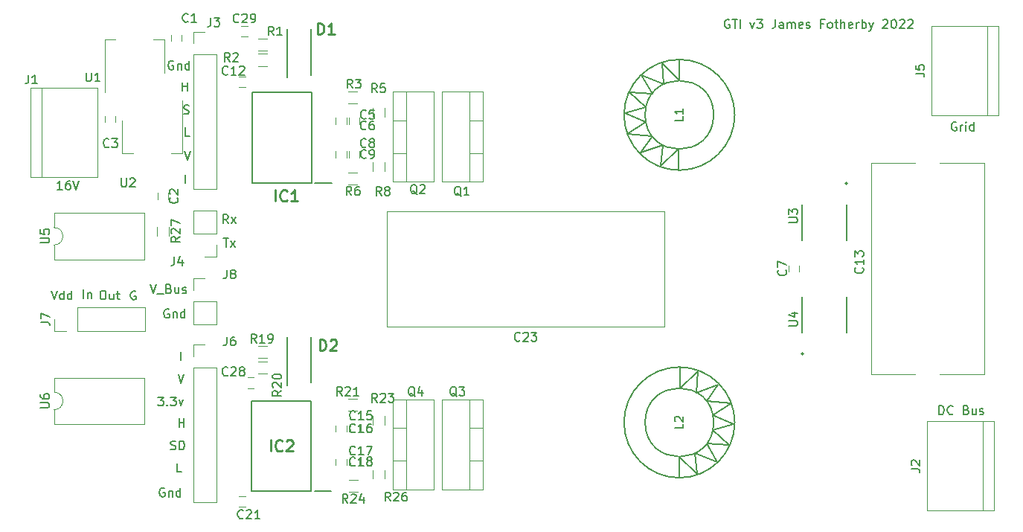
<source format=gbr>
%TF.GenerationSoftware,KiCad,Pcbnew,(5.1.10)-1*%
%TF.CreationDate,2022-06-03T10:18:56+01:00*%
%TF.ProjectId,GTI_V3,4754495f-5633-42e6-9b69-6361645f7063,rev?*%
%TF.SameCoordinates,Original*%
%TF.FileFunction,Legend,Top*%
%TF.FilePolarity,Positive*%
%FSLAX46Y46*%
G04 Gerber Fmt 4.6, Leading zero omitted, Abs format (unit mm)*
G04 Created by KiCad (PCBNEW (5.1.10)-1) date 2022-06-03 10:18:56*
%MOMM*%
%LPD*%
G01*
G04 APERTURE LIST*
%ADD10C,0.150000*%
%ADD11C,0.120000*%
%ADD12C,0.200000*%
%ADD13C,0.127000*%
%ADD14C,0.254000*%
G04 APERTURE END LIST*
D10*
X180683333Y-61700000D02*
X180588095Y-61652380D01*
X180445238Y-61652380D01*
X180302380Y-61700000D01*
X180207142Y-61795238D01*
X180159523Y-61890476D01*
X180111904Y-62080952D01*
X180111904Y-62223809D01*
X180159523Y-62414285D01*
X180207142Y-62509523D01*
X180302380Y-62604761D01*
X180445238Y-62652380D01*
X180540476Y-62652380D01*
X180683333Y-62604761D01*
X180730952Y-62557142D01*
X180730952Y-62223809D01*
X180540476Y-62223809D01*
X181016666Y-61652380D02*
X181588095Y-61652380D01*
X181302380Y-62652380D02*
X181302380Y-61652380D01*
X181921428Y-62652380D02*
X181921428Y-61652380D01*
X183064285Y-61985714D02*
X183302380Y-62652380D01*
X183540476Y-61985714D01*
X183826190Y-61652380D02*
X184445238Y-61652380D01*
X184111904Y-62033333D01*
X184254761Y-62033333D01*
X184350000Y-62080952D01*
X184397619Y-62128571D01*
X184445238Y-62223809D01*
X184445238Y-62461904D01*
X184397619Y-62557142D01*
X184350000Y-62604761D01*
X184254761Y-62652380D01*
X183969047Y-62652380D01*
X183873809Y-62604761D01*
X183826190Y-62557142D01*
X185921428Y-61652380D02*
X185921428Y-62366666D01*
X185873809Y-62509523D01*
X185778571Y-62604761D01*
X185635714Y-62652380D01*
X185540476Y-62652380D01*
X186826190Y-62652380D02*
X186826190Y-62128571D01*
X186778571Y-62033333D01*
X186683333Y-61985714D01*
X186492857Y-61985714D01*
X186397619Y-62033333D01*
X186826190Y-62604761D02*
X186730952Y-62652380D01*
X186492857Y-62652380D01*
X186397619Y-62604761D01*
X186350000Y-62509523D01*
X186350000Y-62414285D01*
X186397619Y-62319047D01*
X186492857Y-62271428D01*
X186730952Y-62271428D01*
X186826190Y-62223809D01*
X187302380Y-62652380D02*
X187302380Y-61985714D01*
X187302380Y-62080952D02*
X187350000Y-62033333D01*
X187445238Y-61985714D01*
X187588095Y-61985714D01*
X187683333Y-62033333D01*
X187730952Y-62128571D01*
X187730952Y-62652380D01*
X187730952Y-62128571D02*
X187778571Y-62033333D01*
X187873809Y-61985714D01*
X188016666Y-61985714D01*
X188111904Y-62033333D01*
X188159523Y-62128571D01*
X188159523Y-62652380D01*
X189016666Y-62604761D02*
X188921428Y-62652380D01*
X188730952Y-62652380D01*
X188635714Y-62604761D01*
X188588095Y-62509523D01*
X188588095Y-62128571D01*
X188635714Y-62033333D01*
X188730952Y-61985714D01*
X188921428Y-61985714D01*
X189016666Y-62033333D01*
X189064285Y-62128571D01*
X189064285Y-62223809D01*
X188588095Y-62319047D01*
X189445238Y-62604761D02*
X189540476Y-62652380D01*
X189730952Y-62652380D01*
X189826190Y-62604761D01*
X189873809Y-62509523D01*
X189873809Y-62461904D01*
X189826190Y-62366666D01*
X189730952Y-62319047D01*
X189588095Y-62319047D01*
X189492857Y-62271428D01*
X189445238Y-62176190D01*
X189445238Y-62128571D01*
X189492857Y-62033333D01*
X189588095Y-61985714D01*
X189730952Y-61985714D01*
X189826190Y-62033333D01*
X191397619Y-62128571D02*
X191064285Y-62128571D01*
X191064285Y-62652380D02*
X191064285Y-61652380D01*
X191540476Y-61652380D01*
X192064285Y-62652380D02*
X191969047Y-62604761D01*
X191921428Y-62557142D01*
X191873809Y-62461904D01*
X191873809Y-62176190D01*
X191921428Y-62080952D01*
X191969047Y-62033333D01*
X192064285Y-61985714D01*
X192207142Y-61985714D01*
X192302380Y-62033333D01*
X192350000Y-62080952D01*
X192397619Y-62176190D01*
X192397619Y-62461904D01*
X192350000Y-62557142D01*
X192302380Y-62604761D01*
X192207142Y-62652380D01*
X192064285Y-62652380D01*
X192683333Y-61985714D02*
X193064285Y-61985714D01*
X192826190Y-61652380D02*
X192826190Y-62509523D01*
X192873809Y-62604761D01*
X192969047Y-62652380D01*
X193064285Y-62652380D01*
X193397619Y-62652380D02*
X193397619Y-61652380D01*
X193826190Y-62652380D02*
X193826190Y-62128571D01*
X193778571Y-62033333D01*
X193683333Y-61985714D01*
X193540476Y-61985714D01*
X193445238Y-62033333D01*
X193397619Y-62080952D01*
X194683333Y-62604761D02*
X194588095Y-62652380D01*
X194397619Y-62652380D01*
X194302380Y-62604761D01*
X194254761Y-62509523D01*
X194254761Y-62128571D01*
X194302380Y-62033333D01*
X194397619Y-61985714D01*
X194588095Y-61985714D01*
X194683333Y-62033333D01*
X194730952Y-62128571D01*
X194730952Y-62223809D01*
X194254761Y-62319047D01*
X195159523Y-62652380D02*
X195159523Y-61985714D01*
X195159523Y-62176190D02*
X195207142Y-62080952D01*
X195254761Y-62033333D01*
X195350000Y-61985714D01*
X195445238Y-61985714D01*
X195778571Y-62652380D02*
X195778571Y-61652380D01*
X195778571Y-62033333D02*
X195873809Y-61985714D01*
X196064285Y-61985714D01*
X196159523Y-62033333D01*
X196207142Y-62080952D01*
X196254761Y-62176190D01*
X196254761Y-62461904D01*
X196207142Y-62557142D01*
X196159523Y-62604761D01*
X196064285Y-62652380D01*
X195873809Y-62652380D01*
X195778571Y-62604761D01*
X196588095Y-61985714D02*
X196826190Y-62652380D01*
X197064285Y-61985714D02*
X196826190Y-62652380D01*
X196730952Y-62890476D01*
X196683333Y-62938095D01*
X196588095Y-62985714D01*
X198159523Y-61747619D02*
X198207142Y-61700000D01*
X198302380Y-61652380D01*
X198540476Y-61652380D01*
X198635714Y-61700000D01*
X198683333Y-61747619D01*
X198730952Y-61842857D01*
X198730952Y-61938095D01*
X198683333Y-62080952D01*
X198111904Y-62652380D01*
X198730952Y-62652380D01*
X199350000Y-61652380D02*
X199445238Y-61652380D01*
X199540476Y-61700000D01*
X199588095Y-61747619D01*
X199635714Y-61842857D01*
X199683333Y-62033333D01*
X199683333Y-62271428D01*
X199635714Y-62461904D01*
X199588095Y-62557142D01*
X199540476Y-62604761D01*
X199445238Y-62652380D01*
X199350000Y-62652380D01*
X199254761Y-62604761D01*
X199207142Y-62557142D01*
X199159523Y-62461904D01*
X199111904Y-62271428D01*
X199111904Y-62033333D01*
X199159523Y-61842857D01*
X199207142Y-61747619D01*
X199254761Y-61700000D01*
X199350000Y-61652380D01*
X200064285Y-61747619D02*
X200111904Y-61700000D01*
X200207142Y-61652380D01*
X200445238Y-61652380D01*
X200540476Y-61700000D01*
X200588095Y-61747619D01*
X200635714Y-61842857D01*
X200635714Y-61938095D01*
X200588095Y-62080952D01*
X200016666Y-62652380D01*
X200635714Y-62652380D01*
X201016666Y-61747619D02*
X201064285Y-61700000D01*
X201159523Y-61652380D01*
X201397619Y-61652380D01*
X201492857Y-61700000D01*
X201540476Y-61747619D01*
X201588095Y-61842857D01*
X201588095Y-61938095D01*
X201540476Y-62080952D01*
X200969047Y-62652380D01*
X201588095Y-62652380D01*
X123109523Y-86552380D02*
X123680952Y-86552380D01*
X123395238Y-87552380D02*
X123395238Y-86552380D01*
X123919047Y-87552380D02*
X124442857Y-86885714D01*
X123919047Y-86885714D02*
X124442857Y-87552380D01*
X123654761Y-84852380D02*
X123321428Y-84376190D01*
X123083333Y-84852380D02*
X123083333Y-83852380D01*
X123464285Y-83852380D01*
X123559523Y-83900000D01*
X123607142Y-83947619D01*
X123654761Y-84042857D01*
X123654761Y-84185714D01*
X123607142Y-84280952D01*
X123559523Y-84328571D01*
X123464285Y-84376190D01*
X123083333Y-84376190D01*
X123988095Y-84852380D02*
X124511904Y-84185714D01*
X123988095Y-84185714D02*
X124511904Y-84852380D01*
X116907142Y-94650000D02*
X116811904Y-94602380D01*
X116669047Y-94602380D01*
X116526190Y-94650000D01*
X116430952Y-94745238D01*
X116383333Y-94840476D01*
X116335714Y-95030952D01*
X116335714Y-95173809D01*
X116383333Y-95364285D01*
X116430952Y-95459523D01*
X116526190Y-95554761D01*
X116669047Y-95602380D01*
X116764285Y-95602380D01*
X116907142Y-95554761D01*
X116954761Y-95507142D01*
X116954761Y-95173809D01*
X116764285Y-95173809D01*
X117383333Y-94935714D02*
X117383333Y-95602380D01*
X117383333Y-95030952D02*
X117430952Y-94983333D01*
X117526190Y-94935714D01*
X117669047Y-94935714D01*
X117764285Y-94983333D01*
X117811904Y-95078571D01*
X117811904Y-95602380D01*
X118716666Y-95602380D02*
X118716666Y-94602380D01*
X118716666Y-95554761D02*
X118621428Y-95602380D01*
X118430952Y-95602380D01*
X118335714Y-95554761D01*
X118288095Y-95507142D01*
X118240476Y-95411904D01*
X118240476Y-95126190D01*
X118288095Y-95030952D01*
X118335714Y-94983333D01*
X118430952Y-94935714D01*
X118621428Y-94935714D01*
X118716666Y-94983333D01*
X114828571Y-91802380D02*
X115161904Y-92802380D01*
X115495238Y-91802380D01*
X115590476Y-92897619D02*
X116352380Y-92897619D01*
X116923809Y-92278571D02*
X117066666Y-92326190D01*
X117114285Y-92373809D01*
X117161904Y-92469047D01*
X117161904Y-92611904D01*
X117114285Y-92707142D01*
X117066666Y-92754761D01*
X116971428Y-92802380D01*
X116590476Y-92802380D01*
X116590476Y-91802380D01*
X116923809Y-91802380D01*
X117019047Y-91850000D01*
X117066666Y-91897619D01*
X117114285Y-91992857D01*
X117114285Y-92088095D01*
X117066666Y-92183333D01*
X117019047Y-92230952D01*
X116923809Y-92278571D01*
X116590476Y-92278571D01*
X118019047Y-92135714D02*
X118019047Y-92802380D01*
X117590476Y-92135714D02*
X117590476Y-92659523D01*
X117638095Y-92754761D01*
X117733333Y-92802380D01*
X117876190Y-92802380D01*
X117971428Y-92754761D01*
X118019047Y-92707142D01*
X118447619Y-92754761D02*
X118542857Y-92802380D01*
X118733333Y-92802380D01*
X118828571Y-92754761D01*
X118876190Y-92659523D01*
X118876190Y-92611904D01*
X118828571Y-92516666D01*
X118733333Y-92469047D01*
X118590476Y-92469047D01*
X118495238Y-92421428D01*
X118447619Y-92326190D01*
X118447619Y-92278571D01*
X118495238Y-92183333D01*
X118590476Y-92135714D01*
X118733333Y-92135714D01*
X118828571Y-92183333D01*
X109316666Y-92502380D02*
X109507142Y-92502380D01*
X109602380Y-92550000D01*
X109697619Y-92645238D01*
X109745238Y-92835714D01*
X109745238Y-93169047D01*
X109697619Y-93359523D01*
X109602380Y-93454761D01*
X109507142Y-93502380D01*
X109316666Y-93502380D01*
X109221428Y-93454761D01*
X109126190Y-93359523D01*
X109078571Y-93169047D01*
X109078571Y-92835714D01*
X109126190Y-92645238D01*
X109221428Y-92550000D01*
X109316666Y-92502380D01*
X110602380Y-92835714D02*
X110602380Y-93502380D01*
X110173809Y-92835714D02*
X110173809Y-93359523D01*
X110221428Y-93454761D01*
X110316666Y-93502380D01*
X110459523Y-93502380D01*
X110554761Y-93454761D01*
X110602380Y-93407142D01*
X110935714Y-92835714D02*
X111316666Y-92835714D01*
X111078571Y-92502380D02*
X111078571Y-93359523D01*
X111126190Y-93454761D01*
X111221428Y-93502380D01*
X111316666Y-93502380D01*
X107197619Y-93402380D02*
X107197619Y-92402380D01*
X107673809Y-92735714D02*
X107673809Y-93402380D01*
X107673809Y-92830952D02*
X107721428Y-92783333D01*
X107816666Y-92735714D01*
X107959523Y-92735714D01*
X108054761Y-92783333D01*
X108102380Y-92878571D01*
X108102380Y-93402380D01*
X103511904Y-92502380D02*
X103845238Y-93502380D01*
X104178571Y-92502380D01*
X104940476Y-93502380D02*
X104940476Y-92502380D01*
X104940476Y-93454761D02*
X104845238Y-93502380D01*
X104654761Y-93502380D01*
X104559523Y-93454761D01*
X104511904Y-93407142D01*
X104464285Y-93311904D01*
X104464285Y-93026190D01*
X104511904Y-92930952D01*
X104559523Y-92883333D01*
X104654761Y-92835714D01*
X104845238Y-92835714D01*
X104940476Y-92883333D01*
X105845238Y-93502380D02*
X105845238Y-92502380D01*
X105845238Y-93454761D02*
X105750000Y-93502380D01*
X105559523Y-93502380D01*
X105464285Y-93454761D01*
X105416666Y-93407142D01*
X105369047Y-93311904D01*
X105369047Y-93026190D01*
X105416666Y-92930952D01*
X105464285Y-92883333D01*
X105559523Y-92835714D01*
X105750000Y-92835714D01*
X105845238Y-92883333D01*
X113111904Y-92600000D02*
X113016666Y-92552380D01*
X112873809Y-92552380D01*
X112730952Y-92600000D01*
X112635714Y-92695238D01*
X112588095Y-92790476D01*
X112540476Y-92980952D01*
X112540476Y-93123809D01*
X112588095Y-93314285D01*
X112635714Y-93409523D01*
X112730952Y-93504761D01*
X112873809Y-93552380D01*
X112969047Y-93552380D01*
X113111904Y-93504761D01*
X113159523Y-93457142D01*
X113159523Y-93123809D01*
X112969047Y-93123809D01*
X118614285Y-72354761D02*
X118757142Y-72402380D01*
X118995238Y-72402380D01*
X119090476Y-72354761D01*
X119138095Y-72307142D01*
X119185714Y-72211904D01*
X119185714Y-72116666D01*
X119138095Y-72021428D01*
X119090476Y-71973809D01*
X118995238Y-71926190D01*
X118804761Y-71878571D01*
X118709523Y-71830952D01*
X118661904Y-71783333D01*
X118614285Y-71688095D01*
X118614285Y-71592857D01*
X118661904Y-71497619D01*
X118709523Y-71450000D01*
X118804761Y-71402380D01*
X119042857Y-71402380D01*
X119185714Y-71450000D01*
X119259523Y-74952380D02*
X118783333Y-74952380D01*
X118783333Y-73952380D01*
X118666666Y-76652380D02*
X119000000Y-77652380D01*
X119333333Y-76652380D01*
X118800000Y-80302380D02*
X118800000Y-79302380D01*
X118464285Y-69802380D02*
X118464285Y-68802380D01*
X118464285Y-69278571D02*
X119035714Y-69278571D01*
X119035714Y-69802380D02*
X119035714Y-68802380D01*
X117407142Y-66400000D02*
X117311904Y-66352380D01*
X117169047Y-66352380D01*
X117026190Y-66400000D01*
X116930952Y-66495238D01*
X116883333Y-66590476D01*
X116835714Y-66780952D01*
X116835714Y-66923809D01*
X116883333Y-67114285D01*
X116930952Y-67209523D01*
X117026190Y-67304761D01*
X117169047Y-67352380D01*
X117264285Y-67352380D01*
X117407142Y-67304761D01*
X117454761Y-67257142D01*
X117454761Y-66923809D01*
X117264285Y-66923809D01*
X117883333Y-66685714D02*
X117883333Y-67352380D01*
X117883333Y-66780952D02*
X117930952Y-66733333D01*
X118026190Y-66685714D01*
X118169047Y-66685714D01*
X118264285Y-66733333D01*
X118311904Y-66828571D01*
X118311904Y-67352380D01*
X119216666Y-67352380D02*
X119216666Y-66352380D01*
X119216666Y-67304761D02*
X119121428Y-67352380D01*
X118930952Y-67352380D01*
X118835714Y-67304761D01*
X118788095Y-67257142D01*
X118740476Y-67161904D01*
X118740476Y-66876190D01*
X118788095Y-66780952D01*
X118835714Y-66733333D01*
X118930952Y-66685714D01*
X119121428Y-66685714D01*
X119216666Y-66733333D01*
X116407142Y-115000000D02*
X116311904Y-114952380D01*
X116169047Y-114952380D01*
X116026190Y-115000000D01*
X115930952Y-115095238D01*
X115883333Y-115190476D01*
X115835714Y-115380952D01*
X115835714Y-115523809D01*
X115883333Y-115714285D01*
X115930952Y-115809523D01*
X116026190Y-115904761D01*
X116169047Y-115952380D01*
X116264285Y-115952380D01*
X116407142Y-115904761D01*
X116454761Y-115857142D01*
X116454761Y-115523809D01*
X116264285Y-115523809D01*
X116883333Y-115285714D02*
X116883333Y-115952380D01*
X116883333Y-115380952D02*
X116930952Y-115333333D01*
X117026190Y-115285714D01*
X117169047Y-115285714D01*
X117264285Y-115333333D01*
X117311904Y-115428571D01*
X117311904Y-115952380D01*
X118216666Y-115952380D02*
X118216666Y-114952380D01*
X118216666Y-115904761D02*
X118121428Y-115952380D01*
X117930952Y-115952380D01*
X117835714Y-115904761D01*
X117788095Y-115857142D01*
X117740476Y-115761904D01*
X117740476Y-115476190D01*
X117788095Y-115380952D01*
X117835714Y-115333333D01*
X117930952Y-115285714D01*
X118121428Y-115285714D01*
X118216666Y-115333333D01*
X118309523Y-113152380D02*
X117833333Y-113152380D01*
X117833333Y-112152380D01*
X117114285Y-110554761D02*
X117257142Y-110602380D01*
X117495238Y-110602380D01*
X117590476Y-110554761D01*
X117638095Y-110507142D01*
X117685714Y-110411904D01*
X117685714Y-110316666D01*
X117638095Y-110221428D01*
X117590476Y-110173809D01*
X117495238Y-110126190D01*
X117304761Y-110078571D01*
X117209523Y-110030952D01*
X117161904Y-109983333D01*
X117114285Y-109888095D01*
X117114285Y-109792857D01*
X117161904Y-109697619D01*
X117209523Y-109650000D01*
X117304761Y-109602380D01*
X117542857Y-109602380D01*
X117685714Y-109650000D01*
X118114285Y-110602380D02*
X118114285Y-109602380D01*
X118352380Y-109602380D01*
X118495238Y-109650000D01*
X118590476Y-109745238D01*
X118638095Y-109840476D01*
X118685714Y-110030952D01*
X118685714Y-110173809D01*
X118638095Y-110364285D01*
X118590476Y-110459523D01*
X118495238Y-110554761D01*
X118352380Y-110602380D01*
X118114285Y-110602380D01*
X118064285Y-108052380D02*
X118064285Y-107052380D01*
X118064285Y-107528571D02*
X118635714Y-107528571D01*
X118635714Y-108052380D02*
X118635714Y-107052380D01*
X115671428Y-104602380D02*
X116290476Y-104602380D01*
X115957142Y-104983333D01*
X116100000Y-104983333D01*
X116195238Y-105030952D01*
X116242857Y-105078571D01*
X116290476Y-105173809D01*
X116290476Y-105411904D01*
X116242857Y-105507142D01*
X116195238Y-105554761D01*
X116100000Y-105602380D01*
X115814285Y-105602380D01*
X115719047Y-105554761D01*
X115671428Y-105507142D01*
X116719047Y-105507142D02*
X116766666Y-105554761D01*
X116719047Y-105602380D01*
X116671428Y-105554761D01*
X116719047Y-105507142D01*
X116719047Y-105602380D01*
X117100000Y-104602380D02*
X117719047Y-104602380D01*
X117385714Y-104983333D01*
X117528571Y-104983333D01*
X117623809Y-105030952D01*
X117671428Y-105078571D01*
X117719047Y-105173809D01*
X117719047Y-105411904D01*
X117671428Y-105507142D01*
X117623809Y-105554761D01*
X117528571Y-105602380D01*
X117242857Y-105602380D01*
X117147619Y-105554761D01*
X117100000Y-105507142D01*
X118052380Y-104935714D02*
X118290476Y-105602380D01*
X118528571Y-104935714D01*
X117966666Y-102002380D02*
X118300000Y-103002380D01*
X118633333Y-102002380D01*
X118250000Y-100452380D02*
X118250000Y-99452380D01*
X104780952Y-81002380D02*
X104209523Y-81002380D01*
X104495238Y-81002380D02*
X104495238Y-80002380D01*
X104400000Y-80145238D01*
X104304761Y-80240476D01*
X104209523Y-80288095D01*
X105638095Y-80002380D02*
X105447619Y-80002380D01*
X105352380Y-80050000D01*
X105304761Y-80097619D01*
X105209523Y-80240476D01*
X105161904Y-80430952D01*
X105161904Y-80811904D01*
X105209523Y-80907142D01*
X105257142Y-80954761D01*
X105352380Y-81002380D01*
X105542857Y-81002380D01*
X105638095Y-80954761D01*
X105685714Y-80907142D01*
X105733333Y-80811904D01*
X105733333Y-80573809D01*
X105685714Y-80478571D01*
X105638095Y-80430952D01*
X105542857Y-80383333D01*
X105352380Y-80383333D01*
X105257142Y-80430952D01*
X105209523Y-80478571D01*
X105161904Y-80573809D01*
X106019047Y-80002380D02*
X106352380Y-81002380D01*
X106685714Y-80002380D01*
X206511904Y-73350000D02*
X206416666Y-73302380D01*
X206273809Y-73302380D01*
X206130952Y-73350000D01*
X206035714Y-73445238D01*
X205988095Y-73540476D01*
X205940476Y-73730952D01*
X205940476Y-73873809D01*
X205988095Y-74064285D01*
X206035714Y-74159523D01*
X206130952Y-74254761D01*
X206273809Y-74302380D01*
X206369047Y-74302380D01*
X206511904Y-74254761D01*
X206559523Y-74207142D01*
X206559523Y-73873809D01*
X206369047Y-73873809D01*
X206988095Y-74302380D02*
X206988095Y-73635714D01*
X206988095Y-73826190D02*
X207035714Y-73730952D01*
X207083333Y-73683333D01*
X207178571Y-73635714D01*
X207273809Y-73635714D01*
X207607142Y-74302380D02*
X207607142Y-73635714D01*
X207607142Y-73302380D02*
X207559523Y-73350000D01*
X207607142Y-73397619D01*
X207654761Y-73350000D01*
X207607142Y-73302380D01*
X207607142Y-73397619D01*
X208511904Y-74302380D02*
X208511904Y-73302380D01*
X208511904Y-74254761D02*
X208416666Y-74302380D01*
X208226190Y-74302380D01*
X208130952Y-74254761D01*
X208083333Y-74207142D01*
X208035714Y-74111904D01*
X208035714Y-73826190D01*
X208083333Y-73730952D01*
X208130952Y-73683333D01*
X208226190Y-73635714D01*
X208416666Y-73635714D01*
X208511904Y-73683333D01*
X204550000Y-106602380D02*
X204550000Y-105602380D01*
X204788095Y-105602380D01*
X204930952Y-105650000D01*
X205026190Y-105745238D01*
X205073809Y-105840476D01*
X205121428Y-106030952D01*
X205121428Y-106173809D01*
X205073809Y-106364285D01*
X205026190Y-106459523D01*
X204930952Y-106554761D01*
X204788095Y-106602380D01*
X204550000Y-106602380D01*
X206121428Y-106507142D02*
X206073809Y-106554761D01*
X205930952Y-106602380D01*
X205835714Y-106602380D01*
X205692857Y-106554761D01*
X205597619Y-106459523D01*
X205550000Y-106364285D01*
X205502380Y-106173809D01*
X205502380Y-106030952D01*
X205550000Y-105840476D01*
X205597619Y-105745238D01*
X205692857Y-105650000D01*
X205835714Y-105602380D01*
X205930952Y-105602380D01*
X206073809Y-105650000D01*
X206121428Y-105697619D01*
X207645238Y-106078571D02*
X207788095Y-106126190D01*
X207835714Y-106173809D01*
X207883333Y-106269047D01*
X207883333Y-106411904D01*
X207835714Y-106507142D01*
X207788095Y-106554761D01*
X207692857Y-106602380D01*
X207311904Y-106602380D01*
X207311904Y-105602380D01*
X207645238Y-105602380D01*
X207740476Y-105650000D01*
X207788095Y-105697619D01*
X207835714Y-105792857D01*
X207835714Y-105888095D01*
X207788095Y-105983333D01*
X207740476Y-106030952D01*
X207645238Y-106078571D01*
X207311904Y-106078571D01*
X208740476Y-105935714D02*
X208740476Y-106602380D01*
X208311904Y-105935714D02*
X208311904Y-106459523D01*
X208359523Y-106554761D01*
X208454761Y-106602380D01*
X208597619Y-106602380D01*
X208692857Y-106554761D01*
X208740476Y-106507142D01*
X209169047Y-106554761D02*
X209264285Y-106602380D01*
X209454761Y-106602380D01*
X209550000Y-106554761D01*
X209597619Y-106459523D01*
X209597619Y-106411904D01*
X209550000Y-106316666D01*
X209454761Y-106269047D01*
X209311904Y-106269047D01*
X209216666Y-106221428D01*
X209169047Y-106126190D01*
X209169047Y-106078571D01*
X209216666Y-105983333D01*
X209311904Y-105935714D01*
X209454761Y-105935714D01*
X209550000Y-105983333D01*
D11*
%TO.C,C29*%
X125850000Y-63600000D02*
X125150000Y-63600000D01*
X125150000Y-62400000D02*
X125850000Y-62400000D01*
%TO.C,C28*%
X126600000Y-103600000D02*
X125900000Y-103600000D01*
X125900000Y-102400000D02*
X126600000Y-102400000D01*
%TO.C,J8*%
X119670000Y-91110000D02*
X121000000Y-91110000D01*
X119670000Y-92440000D02*
X119670000Y-91110000D01*
X122330000Y-93710000D02*
X119670000Y-93710000D01*
X122330000Y-96310000D02*
X122330000Y-93710000D01*
X119670000Y-96310000D02*
X122330000Y-96310000D01*
X119670000Y-93710000D02*
X119670000Y-96310000D01*
%TO.C,J3*%
X119670000Y-63050000D02*
X121000000Y-63050000D01*
X119670000Y-64380000D02*
X119670000Y-63050000D01*
X122330000Y-65650000D02*
X119670000Y-65650000D01*
X122330000Y-80950000D02*
X122330000Y-65650000D01*
X119670000Y-80950000D02*
X122330000Y-80950000D01*
X119670000Y-65650000D02*
X119670000Y-80950000D01*
%TO.C,U6*%
X103840000Y-102410000D02*
X103840000Y-104060000D01*
X114120000Y-102410000D02*
X103840000Y-102410000D01*
X114120000Y-107710000D02*
X114120000Y-102410000D01*
X103840000Y-107710000D02*
X114120000Y-107710000D01*
X103840000Y-106060000D02*
X103840000Y-107710000D01*
X103840000Y-104060000D02*
G75*
G02*
X103840000Y-106060000I0J-1000000D01*
G01*
%TO.C,U5*%
X103840000Y-83660000D02*
X103840000Y-85310000D01*
X114120000Y-83660000D02*
X103840000Y-83660000D01*
X114120000Y-88960000D02*
X114120000Y-83660000D01*
X103840000Y-88960000D02*
X114120000Y-88960000D01*
X103840000Y-87310000D02*
X103840000Y-88960000D01*
X103840000Y-85310000D02*
G75*
G02*
X103840000Y-87310000I0J-1000000D01*
G01*
%TO.C,U2*%
X111590000Y-76910000D02*
X112850000Y-76910000D01*
X118410000Y-76910000D02*
X117150000Y-76910000D01*
X111590000Y-73150000D02*
X111590000Y-76910000D01*
X118410000Y-70900000D02*
X118410000Y-76910000D01*
%TO.C,U1*%
X116410000Y-63940000D02*
X115150000Y-63940000D01*
X109590000Y-63940000D02*
X110850000Y-63940000D01*
X116410000Y-67700000D02*
X116410000Y-63940000D01*
X109590000Y-69950000D02*
X109590000Y-63940000D01*
%TO.C,R27*%
X115570000Y-86250000D02*
X115570000Y-85250000D01*
X116930000Y-85250000D02*
X116930000Y-86250000D01*
%TO.C,J7*%
X106480000Y-97080000D02*
X114160000Y-97080000D01*
X114160000Y-97080000D02*
X114160000Y-94420000D01*
X114160000Y-94420000D02*
X106480000Y-94420000D01*
X106480000Y-94420000D02*
X106480000Y-97080000D01*
X105210000Y-97080000D02*
X103880000Y-97080000D01*
X103880000Y-97080000D02*
X103880000Y-95750000D01*
%TO.C,J5*%
X210040000Y-62380000D02*
X210040000Y-72540000D01*
X211310000Y-62380000D02*
X203690000Y-62380000D01*
X203690000Y-62380000D02*
X203690000Y-72540000D01*
X203690000Y-72540000D02*
X211310000Y-72540000D01*
X211310000Y-72540000D02*
X211310000Y-62380000D01*
%TO.C,J4*%
X122330000Y-86020000D02*
X122330000Y-83420000D01*
X122330000Y-83420000D02*
X119670000Y-83420000D01*
X119670000Y-83420000D02*
X119670000Y-86020000D01*
X119670000Y-86020000D02*
X122330000Y-86020000D01*
X122330000Y-87290000D02*
X122330000Y-88620000D01*
X122330000Y-88620000D02*
X121000000Y-88620000D01*
%TO.C,J2*%
X209540000Y-107380000D02*
X209540000Y-117540000D01*
X210810000Y-107380000D02*
X203190000Y-107380000D01*
X203190000Y-107380000D02*
X203190000Y-117540000D01*
X203190000Y-117540000D02*
X210810000Y-117540000D01*
X210810000Y-117540000D02*
X210810000Y-107380000D01*
%TO.C,J1*%
X102460000Y-79620000D02*
X102460000Y-69460000D01*
X101190000Y-79620000D02*
X108810000Y-79620000D01*
X108810000Y-79620000D02*
X108810000Y-69460000D01*
X108810000Y-69460000D02*
X101190000Y-69460000D01*
X101190000Y-69460000D02*
X101190000Y-79620000D01*
%TO.C,C3*%
X110850000Y-72650000D02*
X110850000Y-73350000D01*
X109650000Y-73350000D02*
X109650000Y-72650000D01*
%TO.C,C2*%
X116850000Y-81400000D02*
X116850000Y-82100000D01*
X115650000Y-82100000D02*
X115650000Y-81400000D01*
%TO.C,C1*%
X118350000Y-63400000D02*
X118350000Y-64100000D01*
X117150000Y-64100000D02*
X117150000Y-63400000D01*
%TO.C,C13*%
X201855000Y-102060000D02*
X196790000Y-102060000D01*
X209710000Y-102060000D02*
X204645000Y-102060000D01*
X201855000Y-77940000D02*
X196790000Y-77940000D01*
X209710000Y-77940000D02*
X204645000Y-77940000D01*
X196790000Y-77940000D02*
X196790000Y-102060000D01*
X209710000Y-77940000D02*
X209710000Y-102060000D01*
%TO.C,C16*%
X137400000Y-108550000D02*
X137400000Y-107850000D01*
X138600000Y-107850000D02*
X138600000Y-108550000D01*
%TO.C,C23*%
X173310000Y-96560000D02*
X141690000Y-96560000D01*
X173310000Y-83440000D02*
X141690000Y-83440000D01*
X173310000Y-96560000D02*
X173310000Y-83440000D01*
X141690000Y-96560000D02*
X141690000Y-83440000D01*
%TO.C,J6*%
X119670000Y-98670000D02*
X121000000Y-98670000D01*
X119670000Y-100000000D02*
X119670000Y-98670000D01*
X122330000Y-101270000D02*
X119670000Y-101270000D01*
X122330000Y-116570000D02*
X122330000Y-101270000D01*
X119670000Y-116570000D02*
X122330000Y-116570000D01*
X119670000Y-101270000D02*
X119670000Y-116570000D01*
D12*
%TO.C,U3*%
X194105000Y-80305000D02*
G75*
G03*
X194105000Y-80305000I-100000J0D01*
G01*
D13*
X194025000Y-82750000D02*
X194025000Y-86750000D01*
X188975000Y-82750000D02*
X188975000Y-86750000D01*
%TO.C,U4*%
X194025000Y-97250000D02*
X194025000Y-93250000D01*
X188975000Y-97250000D02*
X188975000Y-93250000D01*
D12*
X189095000Y-99695000D02*
G75*
G03*
X189095000Y-99695000I-100000J0D01*
G01*
D11*
%TO.C,Q4*%
X142380000Y-115120000D02*
X142380000Y-104880000D01*
X147021000Y-115120000D02*
X147021000Y-104880000D01*
X142380000Y-115120000D02*
X147021000Y-115120000D01*
X142380000Y-104880000D02*
X147021000Y-104880000D01*
X143890000Y-115120000D02*
X143890000Y-104880000D01*
X142380000Y-111850000D02*
X143890000Y-111850000D01*
X142380000Y-108149000D02*
X143890000Y-108149000D01*
D12*
%TO.C,IC2*%
X133116000Y-115337000D02*
X126312000Y-115337000D01*
X126312000Y-115337000D02*
X126312000Y-105053000D01*
X126312000Y-105053000D02*
X133116000Y-105053000D01*
X133116000Y-105053000D02*
X133116000Y-115337000D01*
X135389000Y-115340000D02*
X133466000Y-115340000D01*
D11*
%TO.C,Q3*%
X152620000Y-104880000D02*
X152620000Y-115120000D01*
X147979000Y-104880000D02*
X147979000Y-115120000D01*
X152620000Y-104880000D02*
X147979000Y-104880000D01*
X152620000Y-115120000D02*
X147979000Y-115120000D01*
X151110000Y-104880000D02*
X151110000Y-115120000D01*
X152620000Y-108150000D02*
X151110000Y-108150000D01*
X152620000Y-111851000D02*
X151110000Y-111851000D01*
%TO.C,C18*%
X137400000Y-112350000D02*
X137400000Y-111650000D01*
X138600000Y-111650000D02*
X138600000Y-112350000D01*
%TO.C,C17*%
X135900000Y-112350000D02*
X135900000Y-111650000D01*
X137100000Y-111650000D02*
X137100000Y-112350000D01*
%TO.C,C21*%
X124900000Y-115900000D02*
X125600000Y-115900000D01*
X125600000Y-117100000D02*
X124900000Y-117100000D01*
%TO.C,R24*%
X138400000Y-115430000D02*
X137400000Y-115430000D01*
X137400000Y-114070000D02*
X138400000Y-114070000D01*
%TO.C,R23*%
X141430000Y-106750000D02*
X141430000Y-107750000D01*
X140070000Y-107750000D02*
X140070000Y-106750000D01*
%TO.C,R26*%
X140070000Y-113900000D02*
X140070000Y-112900000D01*
X141430000Y-112900000D02*
X141430000Y-113900000D01*
D12*
%TO.C,D2*%
X130388000Y-97750000D02*
X130388000Y-103275000D01*
X133112000Y-102950000D02*
X133112000Y-97750000D01*
D11*
%TO.C,R20*%
X128100000Y-101930000D02*
X127100000Y-101930000D01*
X127100000Y-100570000D02*
X128100000Y-100570000D01*
%TO.C,R19*%
X128100000Y-100180000D02*
X127100000Y-100180000D01*
X127100000Y-98820000D02*
X128100000Y-98820000D01*
%TO.C,R21*%
X138350000Y-106180000D02*
X137350000Y-106180000D01*
X137350000Y-104820000D02*
X138350000Y-104820000D01*
D10*
%TO.C,L2*%
X181299200Y-107500000D02*
G75*
G03*
X181299200Y-107500000I-6299200J0D01*
G01*
X178898900Y-107500000D02*
G75*
G03*
X178898900Y-107500000I-3898900J0D01*
G01*
X175099060Y-103601100D02*
X175099060Y-101200800D01*
X177100580Y-101701180D02*
X175099060Y-103601100D01*
X176899920Y-104098940D02*
X177100580Y-101701180D01*
X179399280Y-103199780D02*
X176899920Y-104098940D01*
X178098800Y-105099700D02*
X179399280Y-103199780D01*
X180900420Y-105300360D02*
X178098800Y-105099700D01*
X178799840Y-106699900D02*
X180900420Y-105300360D01*
X181200140Y-107700660D02*
X178799840Y-106699900D01*
X178799840Y-108399160D02*
X181200140Y-107700660D01*
X180699760Y-110100960D02*
X178799840Y-108399160D01*
X178098800Y-109900300D02*
X180699760Y-110100960D01*
X179300220Y-112000880D02*
X178098800Y-109900300D01*
X176800860Y-111000120D02*
X179300220Y-112000880D01*
X176998980Y-113400420D02*
X176800860Y-111000120D01*
X175000000Y-111398900D02*
X176998980Y-113400420D01*
X175000000Y-113700140D02*
X175000000Y-111398900D01*
D11*
%TO.C,C12*%
X124900000Y-68150000D02*
X125600000Y-68150000D01*
X125600000Y-69350000D02*
X124900000Y-69350000D01*
%TO.C,C15*%
X135900000Y-108550000D02*
X135900000Y-107850000D01*
X137100000Y-107850000D02*
X137100000Y-108550000D01*
%TO.C,R8*%
X141430000Y-77900000D02*
X141430000Y-78900000D01*
X140070000Y-78900000D02*
X140070000Y-77900000D01*
%TO.C,R6*%
X137350000Y-79070000D02*
X138350000Y-79070000D01*
X138350000Y-80430000D02*
X137350000Y-80430000D01*
%TO.C,R5*%
X140070000Y-72750000D02*
X140070000Y-71750000D01*
X141430000Y-71750000D02*
X141430000Y-72750000D01*
%TO.C,R3*%
X137350000Y-69820000D02*
X138350000Y-69820000D01*
X138350000Y-71180000D02*
X137350000Y-71180000D01*
%TO.C,R2*%
X127100000Y-65570000D02*
X128100000Y-65570000D01*
X128100000Y-66930000D02*
X127100000Y-66930000D01*
%TO.C,R1*%
X127100000Y-63820000D02*
X128100000Y-63820000D01*
X128100000Y-65180000D02*
X127100000Y-65180000D01*
D10*
%TO.C,L1*%
X175000000Y-66299860D02*
X175000000Y-68601100D01*
X175000000Y-68601100D02*
X173001020Y-66599580D01*
X173001020Y-66599580D02*
X173199140Y-68999880D01*
X173199140Y-68999880D02*
X170699780Y-67999120D01*
X170699780Y-67999120D02*
X171901200Y-70099700D01*
X171901200Y-70099700D02*
X169300240Y-69899040D01*
X169300240Y-69899040D02*
X171200160Y-71600840D01*
X171200160Y-71600840D02*
X168799860Y-72299340D01*
X168799860Y-72299340D02*
X171200160Y-73300100D01*
X171200160Y-73300100D02*
X169099580Y-74699640D01*
X169099580Y-74699640D02*
X171901200Y-74900300D01*
X171901200Y-74900300D02*
X170600720Y-76800220D01*
X170600720Y-76800220D02*
X173100080Y-75901060D01*
X173100080Y-75901060D02*
X172899420Y-78298820D01*
X172899420Y-78298820D02*
X174900940Y-76398900D01*
X174900940Y-76398900D02*
X174900940Y-78799200D01*
X178898900Y-72500000D02*
G75*
G03*
X178898900Y-72500000I-3898900J0D01*
G01*
X181299200Y-72500000D02*
G75*
G03*
X181299200Y-72500000I-6299200J0D01*
G01*
D11*
%TO.C,C9*%
X138600000Y-76650000D02*
X138600000Y-77350000D01*
X137400000Y-77350000D02*
X137400000Y-76650000D01*
%TO.C,C8*%
X137100000Y-76650000D02*
X137100000Y-77350000D01*
X135900000Y-77350000D02*
X135900000Y-76650000D01*
%TO.C,C7*%
X187400000Y-90350000D02*
X187400000Y-89650000D01*
X188600000Y-89650000D02*
X188600000Y-90350000D01*
%TO.C,C6*%
X138600000Y-72850000D02*
X138600000Y-73550000D01*
X137400000Y-73550000D02*
X137400000Y-72850000D01*
%TO.C,C5*%
X137100000Y-72850000D02*
X137100000Y-73550000D01*
X135900000Y-73550000D02*
X135900000Y-72850000D01*
D12*
%TO.C,D1*%
X133112000Y-67950000D02*
X133112000Y-62750000D01*
X130388000Y-62750000D02*
X130388000Y-68275000D01*
D11*
%TO.C,Q2*%
X142380000Y-73149000D02*
X143890000Y-73149000D01*
X142380000Y-76850000D02*
X143890000Y-76850000D01*
X143890000Y-80120000D02*
X143890000Y-69880000D01*
X142380000Y-69880000D02*
X147021000Y-69880000D01*
X142380000Y-80120000D02*
X147021000Y-80120000D01*
X147021000Y-80120000D02*
X147021000Y-69880000D01*
X142380000Y-80120000D02*
X142380000Y-69880000D01*
%TO.C,Q1*%
X152620000Y-69880000D02*
X152620000Y-80120000D01*
X147979000Y-69880000D02*
X147979000Y-80120000D01*
X152620000Y-69880000D02*
X147979000Y-69880000D01*
X152620000Y-80120000D02*
X147979000Y-80120000D01*
X151110000Y-69880000D02*
X151110000Y-80120000D01*
X152620000Y-73150000D02*
X151110000Y-73150000D01*
X152620000Y-76851000D02*
X151110000Y-76851000D01*
D12*
%TO.C,IC1*%
X133188000Y-80257000D02*
X126384000Y-80257000D01*
X126384000Y-80257000D02*
X126384000Y-69973000D01*
X126384000Y-69973000D02*
X133188000Y-69973000D01*
X133188000Y-69973000D02*
X133188000Y-80257000D01*
X135461000Y-80260000D02*
X133538000Y-80260000D01*
%TO.C,C29*%
D10*
X124857142Y-61915942D02*
X124809523Y-61963561D01*
X124666666Y-62011180D01*
X124571428Y-62011180D01*
X124428571Y-61963561D01*
X124333333Y-61868323D01*
X124285714Y-61773085D01*
X124238095Y-61582609D01*
X124238095Y-61439752D01*
X124285714Y-61249276D01*
X124333333Y-61154038D01*
X124428571Y-61058800D01*
X124571428Y-61011180D01*
X124666666Y-61011180D01*
X124809523Y-61058800D01*
X124857142Y-61106419D01*
X125238095Y-61106419D02*
X125285714Y-61058800D01*
X125380952Y-61011180D01*
X125619047Y-61011180D01*
X125714285Y-61058800D01*
X125761904Y-61106419D01*
X125809523Y-61201657D01*
X125809523Y-61296895D01*
X125761904Y-61439752D01*
X125190476Y-62011180D01*
X125809523Y-62011180D01*
X126285714Y-62011180D02*
X126476190Y-62011180D01*
X126571428Y-61963561D01*
X126619047Y-61915942D01*
X126714285Y-61773085D01*
X126761904Y-61582609D01*
X126761904Y-61201657D01*
X126714285Y-61106419D01*
X126666666Y-61058800D01*
X126571428Y-61011180D01*
X126380952Y-61011180D01*
X126285714Y-61058800D01*
X126238095Y-61106419D01*
X126190476Y-61201657D01*
X126190476Y-61439752D01*
X126238095Y-61534990D01*
X126285714Y-61582609D01*
X126380952Y-61630228D01*
X126571428Y-61630228D01*
X126666666Y-61582609D01*
X126714285Y-61534990D01*
X126761904Y-61439752D01*
%TO.C,C28*%
X123607142Y-102107142D02*
X123559523Y-102154761D01*
X123416666Y-102202380D01*
X123321428Y-102202380D01*
X123178571Y-102154761D01*
X123083333Y-102059523D01*
X123035714Y-101964285D01*
X122988095Y-101773809D01*
X122988095Y-101630952D01*
X123035714Y-101440476D01*
X123083333Y-101345238D01*
X123178571Y-101250000D01*
X123321428Y-101202380D01*
X123416666Y-101202380D01*
X123559523Y-101250000D01*
X123607142Y-101297619D01*
X123988095Y-101297619D02*
X124035714Y-101250000D01*
X124130952Y-101202380D01*
X124369047Y-101202380D01*
X124464285Y-101250000D01*
X124511904Y-101297619D01*
X124559523Y-101392857D01*
X124559523Y-101488095D01*
X124511904Y-101630952D01*
X123940476Y-102202380D01*
X124559523Y-102202380D01*
X125130952Y-101630952D02*
X125035714Y-101583333D01*
X124988095Y-101535714D01*
X124940476Y-101440476D01*
X124940476Y-101392857D01*
X124988095Y-101297619D01*
X125035714Y-101250000D01*
X125130952Y-101202380D01*
X125321428Y-101202380D01*
X125416666Y-101250000D01*
X125464285Y-101297619D01*
X125511904Y-101392857D01*
X125511904Y-101440476D01*
X125464285Y-101535714D01*
X125416666Y-101583333D01*
X125321428Y-101630952D01*
X125130952Y-101630952D01*
X125035714Y-101678571D01*
X124988095Y-101726190D01*
X124940476Y-101821428D01*
X124940476Y-102011904D01*
X124988095Y-102107142D01*
X125035714Y-102154761D01*
X125130952Y-102202380D01*
X125321428Y-102202380D01*
X125416666Y-102154761D01*
X125464285Y-102107142D01*
X125511904Y-102011904D01*
X125511904Y-101821428D01*
X125464285Y-101726190D01*
X125416666Y-101678571D01*
X125321428Y-101630952D01*
%TO.C,J8*%
X123491666Y-90130380D02*
X123491666Y-90844666D01*
X123444047Y-90987523D01*
X123348809Y-91082761D01*
X123205952Y-91130380D01*
X123110714Y-91130380D01*
X124110714Y-90558952D02*
X124015476Y-90511333D01*
X123967857Y-90463714D01*
X123920238Y-90368476D01*
X123920238Y-90320857D01*
X123967857Y-90225619D01*
X124015476Y-90178000D01*
X124110714Y-90130380D01*
X124301190Y-90130380D01*
X124396428Y-90178000D01*
X124444047Y-90225619D01*
X124491666Y-90320857D01*
X124491666Y-90368476D01*
X124444047Y-90463714D01*
X124396428Y-90511333D01*
X124301190Y-90558952D01*
X124110714Y-90558952D01*
X124015476Y-90606571D01*
X123967857Y-90654190D01*
X123920238Y-90749428D01*
X123920238Y-90939904D01*
X123967857Y-91035142D01*
X124015476Y-91082761D01*
X124110714Y-91130380D01*
X124301190Y-91130380D01*
X124396428Y-91082761D01*
X124444047Y-91035142D01*
X124491666Y-90939904D01*
X124491666Y-90749428D01*
X124444047Y-90654190D01*
X124396428Y-90606571D01*
X124301190Y-90558952D01*
%TO.C,J3*%
X121666666Y-61452380D02*
X121666666Y-62166666D01*
X121619047Y-62309523D01*
X121523809Y-62404761D01*
X121380952Y-62452380D01*
X121285714Y-62452380D01*
X122047619Y-61452380D02*
X122666666Y-61452380D01*
X122333333Y-61833333D01*
X122476190Y-61833333D01*
X122571428Y-61880952D01*
X122619047Y-61928571D01*
X122666666Y-62023809D01*
X122666666Y-62261904D01*
X122619047Y-62357142D01*
X122571428Y-62404761D01*
X122476190Y-62452380D01*
X122190476Y-62452380D01*
X122095238Y-62404761D01*
X122047619Y-62357142D01*
%TO.C,U6*%
X102292380Y-105821904D02*
X103101904Y-105821904D01*
X103197142Y-105774285D01*
X103244761Y-105726666D01*
X103292380Y-105631428D01*
X103292380Y-105440952D01*
X103244761Y-105345714D01*
X103197142Y-105298095D01*
X103101904Y-105250476D01*
X102292380Y-105250476D01*
X102292380Y-104345714D02*
X102292380Y-104536190D01*
X102340000Y-104631428D01*
X102387619Y-104679047D01*
X102530476Y-104774285D01*
X102720952Y-104821904D01*
X103101904Y-104821904D01*
X103197142Y-104774285D01*
X103244761Y-104726666D01*
X103292380Y-104631428D01*
X103292380Y-104440952D01*
X103244761Y-104345714D01*
X103197142Y-104298095D01*
X103101904Y-104250476D01*
X102863809Y-104250476D01*
X102768571Y-104298095D01*
X102720952Y-104345714D01*
X102673333Y-104440952D01*
X102673333Y-104631428D01*
X102720952Y-104726666D01*
X102768571Y-104774285D01*
X102863809Y-104821904D01*
%TO.C,U5*%
X102292380Y-87071904D02*
X103101904Y-87071904D01*
X103197142Y-87024285D01*
X103244761Y-86976666D01*
X103292380Y-86881428D01*
X103292380Y-86690952D01*
X103244761Y-86595714D01*
X103197142Y-86548095D01*
X103101904Y-86500476D01*
X102292380Y-86500476D01*
X102292380Y-85548095D02*
X102292380Y-86024285D01*
X102768571Y-86071904D01*
X102720952Y-86024285D01*
X102673333Y-85929047D01*
X102673333Y-85690952D01*
X102720952Y-85595714D01*
X102768571Y-85548095D01*
X102863809Y-85500476D01*
X103101904Y-85500476D01*
X103197142Y-85548095D01*
X103244761Y-85595714D01*
X103292380Y-85690952D01*
X103292380Y-85929047D01*
X103244761Y-86024285D01*
X103197142Y-86071904D01*
%TO.C,U2*%
X111488095Y-79702380D02*
X111488095Y-80511904D01*
X111535714Y-80607142D01*
X111583333Y-80654761D01*
X111678571Y-80702380D01*
X111869047Y-80702380D01*
X111964285Y-80654761D01*
X112011904Y-80607142D01*
X112059523Y-80511904D01*
X112059523Y-79702380D01*
X112488095Y-79797619D02*
X112535714Y-79750000D01*
X112630952Y-79702380D01*
X112869047Y-79702380D01*
X112964285Y-79750000D01*
X113011904Y-79797619D01*
X113059523Y-79892857D01*
X113059523Y-79988095D01*
X113011904Y-80130952D01*
X112440476Y-80702380D01*
X113059523Y-80702380D01*
%TO.C,U1*%
X107488095Y-67702380D02*
X107488095Y-68511904D01*
X107535714Y-68607142D01*
X107583333Y-68654761D01*
X107678571Y-68702380D01*
X107869047Y-68702380D01*
X107964285Y-68654761D01*
X108011904Y-68607142D01*
X108059523Y-68511904D01*
X108059523Y-67702380D01*
X109059523Y-68702380D02*
X108488095Y-68702380D01*
X108773809Y-68702380D02*
X108773809Y-67702380D01*
X108678571Y-67845238D01*
X108583333Y-67940476D01*
X108488095Y-67988095D01*
%TO.C,R27*%
X118152380Y-86392857D02*
X117676190Y-86726190D01*
X118152380Y-86964285D02*
X117152380Y-86964285D01*
X117152380Y-86583333D01*
X117200000Y-86488095D01*
X117247619Y-86440476D01*
X117342857Y-86392857D01*
X117485714Y-86392857D01*
X117580952Y-86440476D01*
X117628571Y-86488095D01*
X117676190Y-86583333D01*
X117676190Y-86964285D01*
X117247619Y-86011904D02*
X117200000Y-85964285D01*
X117152380Y-85869047D01*
X117152380Y-85630952D01*
X117200000Y-85535714D01*
X117247619Y-85488095D01*
X117342857Y-85440476D01*
X117438095Y-85440476D01*
X117580952Y-85488095D01*
X118152380Y-86059523D01*
X118152380Y-85440476D01*
X117152380Y-85107142D02*
X117152380Y-84440476D01*
X118152380Y-84869047D01*
%TO.C,J7*%
X102332380Y-96083333D02*
X103046666Y-96083333D01*
X103189523Y-96130952D01*
X103284761Y-96226190D01*
X103332380Y-96369047D01*
X103332380Y-96464285D01*
X102332380Y-95702380D02*
X102332380Y-95035714D01*
X103332380Y-95464285D01*
%TO.C,J5*%
X201872380Y-67793333D02*
X202586666Y-67793333D01*
X202729523Y-67840952D01*
X202824761Y-67936190D01*
X202872380Y-68079047D01*
X202872380Y-68174285D01*
X201872380Y-66840952D02*
X201872380Y-67317142D01*
X202348571Y-67364761D01*
X202300952Y-67317142D01*
X202253333Y-67221904D01*
X202253333Y-66983809D01*
X202300952Y-66888571D01*
X202348571Y-66840952D01*
X202443809Y-66793333D01*
X202681904Y-66793333D01*
X202777142Y-66840952D01*
X202824761Y-66888571D01*
X202872380Y-66983809D01*
X202872380Y-67221904D01*
X202824761Y-67317142D01*
X202777142Y-67364761D01*
%TO.C,J4*%
X117516666Y-88642380D02*
X117516666Y-89356666D01*
X117469047Y-89499523D01*
X117373809Y-89594761D01*
X117230952Y-89642380D01*
X117135714Y-89642380D01*
X118421428Y-88975714D02*
X118421428Y-89642380D01*
X118183333Y-88594761D02*
X117945238Y-89309047D01*
X118564285Y-89309047D01*
%TO.C,J2*%
X201372380Y-112793333D02*
X202086666Y-112793333D01*
X202229523Y-112840952D01*
X202324761Y-112936190D01*
X202372380Y-113079047D01*
X202372380Y-113174285D01*
X201467619Y-112364761D02*
X201420000Y-112317142D01*
X201372380Y-112221904D01*
X201372380Y-111983809D01*
X201420000Y-111888571D01*
X201467619Y-111840952D01*
X201562857Y-111793333D01*
X201658095Y-111793333D01*
X201800952Y-111840952D01*
X202372380Y-112412380D01*
X202372380Y-111793333D01*
%TO.C,J1*%
X100916666Y-67952380D02*
X100916666Y-68666666D01*
X100869047Y-68809523D01*
X100773809Y-68904761D01*
X100630952Y-68952380D01*
X100535714Y-68952380D01*
X101916666Y-68952380D02*
X101345238Y-68952380D01*
X101630952Y-68952380D02*
X101630952Y-67952380D01*
X101535714Y-68095238D01*
X101440476Y-68190476D01*
X101345238Y-68238095D01*
%TO.C,C3*%
X110083333Y-76107142D02*
X110035714Y-76154761D01*
X109892857Y-76202380D01*
X109797619Y-76202380D01*
X109654761Y-76154761D01*
X109559523Y-76059523D01*
X109511904Y-75964285D01*
X109464285Y-75773809D01*
X109464285Y-75630952D01*
X109511904Y-75440476D01*
X109559523Y-75345238D01*
X109654761Y-75250000D01*
X109797619Y-75202380D01*
X109892857Y-75202380D01*
X110035714Y-75250000D01*
X110083333Y-75297619D01*
X110416666Y-75202380D02*
X111035714Y-75202380D01*
X110702380Y-75583333D01*
X110845238Y-75583333D01*
X110940476Y-75630952D01*
X110988095Y-75678571D01*
X111035714Y-75773809D01*
X111035714Y-76011904D01*
X110988095Y-76107142D01*
X110940476Y-76154761D01*
X110845238Y-76202380D01*
X110559523Y-76202380D01*
X110464285Y-76154761D01*
X110416666Y-76107142D01*
%TO.C,C2*%
X117857142Y-81916666D02*
X117904761Y-81964285D01*
X117952380Y-82107142D01*
X117952380Y-82202380D01*
X117904761Y-82345238D01*
X117809523Y-82440476D01*
X117714285Y-82488095D01*
X117523809Y-82535714D01*
X117380952Y-82535714D01*
X117190476Y-82488095D01*
X117095238Y-82440476D01*
X117000000Y-82345238D01*
X116952380Y-82202380D01*
X116952380Y-82107142D01*
X117000000Y-81964285D01*
X117047619Y-81916666D01*
X117047619Y-81535714D02*
X117000000Y-81488095D01*
X116952380Y-81392857D01*
X116952380Y-81154761D01*
X117000000Y-81059523D01*
X117047619Y-81011904D01*
X117142857Y-80964285D01*
X117238095Y-80964285D01*
X117380952Y-81011904D01*
X117952380Y-81583333D01*
X117952380Y-80964285D01*
%TO.C,C1*%
X119083333Y-61857142D02*
X119035714Y-61904761D01*
X118892857Y-61952380D01*
X118797619Y-61952380D01*
X118654761Y-61904761D01*
X118559523Y-61809523D01*
X118511904Y-61714285D01*
X118464285Y-61523809D01*
X118464285Y-61380952D01*
X118511904Y-61190476D01*
X118559523Y-61095238D01*
X118654761Y-61000000D01*
X118797619Y-60952380D01*
X118892857Y-60952380D01*
X119035714Y-61000000D01*
X119083333Y-61047619D01*
X120035714Y-61952380D02*
X119464285Y-61952380D01*
X119750000Y-61952380D02*
X119750000Y-60952380D01*
X119654761Y-61095238D01*
X119559523Y-61190476D01*
X119464285Y-61238095D01*
%TO.C,C13*%
X195857142Y-89892857D02*
X195904761Y-89940476D01*
X195952380Y-90083333D01*
X195952380Y-90178571D01*
X195904761Y-90321428D01*
X195809523Y-90416666D01*
X195714285Y-90464285D01*
X195523809Y-90511904D01*
X195380952Y-90511904D01*
X195190476Y-90464285D01*
X195095238Y-90416666D01*
X195000000Y-90321428D01*
X194952380Y-90178571D01*
X194952380Y-90083333D01*
X195000000Y-89940476D01*
X195047619Y-89892857D01*
X195952380Y-88940476D02*
X195952380Y-89511904D01*
X195952380Y-89226190D02*
X194952380Y-89226190D01*
X195095238Y-89321428D01*
X195190476Y-89416666D01*
X195238095Y-89511904D01*
X194952380Y-88607142D02*
X194952380Y-87988095D01*
X195333333Y-88321428D01*
X195333333Y-88178571D01*
X195380952Y-88083333D01*
X195428571Y-88035714D01*
X195523809Y-87988095D01*
X195761904Y-87988095D01*
X195857142Y-88035714D01*
X195904761Y-88083333D01*
X195952380Y-88178571D01*
X195952380Y-88464285D01*
X195904761Y-88559523D01*
X195857142Y-88607142D01*
%TO.C,C16*%
X138107142Y-108557142D02*
X138059523Y-108604761D01*
X137916666Y-108652380D01*
X137821428Y-108652380D01*
X137678571Y-108604761D01*
X137583333Y-108509523D01*
X137535714Y-108414285D01*
X137488095Y-108223809D01*
X137488095Y-108080952D01*
X137535714Y-107890476D01*
X137583333Y-107795238D01*
X137678571Y-107700000D01*
X137821428Y-107652380D01*
X137916666Y-107652380D01*
X138059523Y-107700000D01*
X138107142Y-107747619D01*
X139059523Y-108652380D02*
X138488095Y-108652380D01*
X138773809Y-108652380D02*
X138773809Y-107652380D01*
X138678571Y-107795238D01*
X138583333Y-107890476D01*
X138488095Y-107938095D01*
X139916666Y-107652380D02*
X139726190Y-107652380D01*
X139630952Y-107700000D01*
X139583333Y-107747619D01*
X139488095Y-107890476D01*
X139440476Y-108080952D01*
X139440476Y-108461904D01*
X139488095Y-108557142D01*
X139535714Y-108604761D01*
X139630952Y-108652380D01*
X139821428Y-108652380D01*
X139916666Y-108604761D01*
X139964285Y-108557142D01*
X140011904Y-108461904D01*
X140011904Y-108223809D01*
X139964285Y-108128571D01*
X139916666Y-108080952D01*
X139821428Y-108033333D01*
X139630952Y-108033333D01*
X139535714Y-108080952D01*
X139488095Y-108128571D01*
X139440476Y-108223809D01*
%TO.C,C23*%
X156857142Y-98167142D02*
X156809523Y-98214761D01*
X156666666Y-98262380D01*
X156571428Y-98262380D01*
X156428571Y-98214761D01*
X156333333Y-98119523D01*
X156285714Y-98024285D01*
X156238095Y-97833809D01*
X156238095Y-97690952D01*
X156285714Y-97500476D01*
X156333333Y-97405238D01*
X156428571Y-97310000D01*
X156571428Y-97262380D01*
X156666666Y-97262380D01*
X156809523Y-97310000D01*
X156857142Y-97357619D01*
X157238095Y-97357619D02*
X157285714Y-97310000D01*
X157380952Y-97262380D01*
X157619047Y-97262380D01*
X157714285Y-97310000D01*
X157761904Y-97357619D01*
X157809523Y-97452857D01*
X157809523Y-97548095D01*
X157761904Y-97690952D01*
X157190476Y-98262380D01*
X157809523Y-98262380D01*
X158142857Y-97262380D02*
X158761904Y-97262380D01*
X158428571Y-97643333D01*
X158571428Y-97643333D01*
X158666666Y-97690952D01*
X158714285Y-97738571D01*
X158761904Y-97833809D01*
X158761904Y-98071904D01*
X158714285Y-98167142D01*
X158666666Y-98214761D01*
X158571428Y-98262380D01*
X158285714Y-98262380D01*
X158190476Y-98214761D01*
X158142857Y-98167142D01*
%TO.C,J6*%
X123491666Y-97750380D02*
X123491666Y-98464666D01*
X123444047Y-98607523D01*
X123348809Y-98702761D01*
X123205952Y-98750380D01*
X123110714Y-98750380D01*
X124396428Y-97750380D02*
X124205952Y-97750380D01*
X124110714Y-97798000D01*
X124063095Y-97845619D01*
X123967857Y-97988476D01*
X123920238Y-98178952D01*
X123920238Y-98559904D01*
X123967857Y-98655142D01*
X124015476Y-98702761D01*
X124110714Y-98750380D01*
X124301190Y-98750380D01*
X124396428Y-98702761D01*
X124444047Y-98655142D01*
X124491666Y-98559904D01*
X124491666Y-98321809D01*
X124444047Y-98226571D01*
X124396428Y-98178952D01*
X124301190Y-98131333D01*
X124110714Y-98131333D01*
X124015476Y-98178952D01*
X123967857Y-98226571D01*
X123920238Y-98321809D01*
%TO.C,U3*%
X187452380Y-84761904D02*
X188261904Y-84761904D01*
X188357142Y-84714285D01*
X188404761Y-84666666D01*
X188452380Y-84571428D01*
X188452380Y-84380952D01*
X188404761Y-84285714D01*
X188357142Y-84238095D01*
X188261904Y-84190476D01*
X187452380Y-84190476D01*
X187452380Y-83809523D02*
X187452380Y-83190476D01*
X187833333Y-83523809D01*
X187833333Y-83380952D01*
X187880952Y-83285714D01*
X187928571Y-83238095D01*
X188023809Y-83190476D01*
X188261904Y-83190476D01*
X188357142Y-83238095D01*
X188404761Y-83285714D01*
X188452380Y-83380952D01*
X188452380Y-83666666D01*
X188404761Y-83761904D01*
X188357142Y-83809523D01*
%TO.C,U4*%
X187452380Y-96511904D02*
X188261904Y-96511904D01*
X188357142Y-96464285D01*
X188404761Y-96416666D01*
X188452380Y-96321428D01*
X188452380Y-96130952D01*
X188404761Y-96035714D01*
X188357142Y-95988095D01*
X188261904Y-95940476D01*
X187452380Y-95940476D01*
X187785714Y-95035714D02*
X188452380Y-95035714D01*
X187404761Y-95273809D02*
X188119047Y-95511904D01*
X188119047Y-94892857D01*
%TO.C,Q4*%
X144904761Y-104547619D02*
X144809523Y-104500000D01*
X144714285Y-104404761D01*
X144571428Y-104261904D01*
X144476190Y-104214285D01*
X144380952Y-104214285D01*
X144428571Y-104452380D02*
X144333333Y-104404761D01*
X144238095Y-104309523D01*
X144190476Y-104119047D01*
X144190476Y-103785714D01*
X144238095Y-103595238D01*
X144333333Y-103500000D01*
X144428571Y-103452380D01*
X144619047Y-103452380D01*
X144714285Y-103500000D01*
X144809523Y-103595238D01*
X144857142Y-103785714D01*
X144857142Y-104119047D01*
X144809523Y-104309523D01*
X144714285Y-104404761D01*
X144619047Y-104452380D01*
X144428571Y-104452380D01*
X145714285Y-103785714D02*
X145714285Y-104452380D01*
X145476190Y-103404761D02*
X145238095Y-104119047D01*
X145857142Y-104119047D01*
%TO.C,IC2*%
D14*
X128474238Y-110769523D02*
X128474238Y-109499523D01*
X129804714Y-110648571D02*
X129744238Y-110709047D01*
X129562809Y-110769523D01*
X129441857Y-110769523D01*
X129260428Y-110709047D01*
X129139476Y-110588095D01*
X129079000Y-110467142D01*
X129018523Y-110225238D01*
X129018523Y-110043809D01*
X129079000Y-109801904D01*
X129139476Y-109680952D01*
X129260428Y-109560000D01*
X129441857Y-109499523D01*
X129562809Y-109499523D01*
X129744238Y-109560000D01*
X129804714Y-109620476D01*
X130288523Y-109620476D02*
X130349000Y-109560000D01*
X130469952Y-109499523D01*
X130772333Y-109499523D01*
X130893285Y-109560000D01*
X130953761Y-109620476D01*
X131014238Y-109741428D01*
X131014238Y-109862380D01*
X130953761Y-110043809D01*
X130228047Y-110769523D01*
X131014238Y-110769523D01*
%TO.C,Q3*%
D10*
X149654761Y-104547619D02*
X149559523Y-104500000D01*
X149464285Y-104404761D01*
X149321428Y-104261904D01*
X149226190Y-104214285D01*
X149130952Y-104214285D01*
X149178571Y-104452380D02*
X149083333Y-104404761D01*
X148988095Y-104309523D01*
X148940476Y-104119047D01*
X148940476Y-103785714D01*
X148988095Y-103595238D01*
X149083333Y-103500000D01*
X149178571Y-103452380D01*
X149369047Y-103452380D01*
X149464285Y-103500000D01*
X149559523Y-103595238D01*
X149607142Y-103785714D01*
X149607142Y-104119047D01*
X149559523Y-104309523D01*
X149464285Y-104404761D01*
X149369047Y-104452380D01*
X149178571Y-104452380D01*
X149940476Y-103452380D02*
X150559523Y-103452380D01*
X150226190Y-103833333D01*
X150369047Y-103833333D01*
X150464285Y-103880952D01*
X150511904Y-103928571D01*
X150559523Y-104023809D01*
X150559523Y-104261904D01*
X150511904Y-104357142D01*
X150464285Y-104404761D01*
X150369047Y-104452380D01*
X150083333Y-104452380D01*
X149988095Y-104404761D01*
X149940476Y-104357142D01*
%TO.C,C18*%
X138107142Y-112357142D02*
X138059523Y-112404761D01*
X137916666Y-112452380D01*
X137821428Y-112452380D01*
X137678571Y-112404761D01*
X137583333Y-112309523D01*
X137535714Y-112214285D01*
X137488095Y-112023809D01*
X137488095Y-111880952D01*
X137535714Y-111690476D01*
X137583333Y-111595238D01*
X137678571Y-111500000D01*
X137821428Y-111452380D01*
X137916666Y-111452380D01*
X138059523Y-111500000D01*
X138107142Y-111547619D01*
X139059523Y-112452380D02*
X138488095Y-112452380D01*
X138773809Y-112452380D02*
X138773809Y-111452380D01*
X138678571Y-111595238D01*
X138583333Y-111690476D01*
X138488095Y-111738095D01*
X139630952Y-111880952D02*
X139535714Y-111833333D01*
X139488095Y-111785714D01*
X139440476Y-111690476D01*
X139440476Y-111642857D01*
X139488095Y-111547619D01*
X139535714Y-111500000D01*
X139630952Y-111452380D01*
X139821428Y-111452380D01*
X139916666Y-111500000D01*
X139964285Y-111547619D01*
X140011904Y-111642857D01*
X140011904Y-111690476D01*
X139964285Y-111785714D01*
X139916666Y-111833333D01*
X139821428Y-111880952D01*
X139630952Y-111880952D01*
X139535714Y-111928571D01*
X139488095Y-111976190D01*
X139440476Y-112071428D01*
X139440476Y-112261904D01*
X139488095Y-112357142D01*
X139535714Y-112404761D01*
X139630952Y-112452380D01*
X139821428Y-112452380D01*
X139916666Y-112404761D01*
X139964285Y-112357142D01*
X140011904Y-112261904D01*
X140011904Y-112071428D01*
X139964285Y-111976190D01*
X139916666Y-111928571D01*
X139821428Y-111880952D01*
%TO.C,C17*%
X138107142Y-111107142D02*
X138059523Y-111154761D01*
X137916666Y-111202380D01*
X137821428Y-111202380D01*
X137678571Y-111154761D01*
X137583333Y-111059523D01*
X137535714Y-110964285D01*
X137488095Y-110773809D01*
X137488095Y-110630952D01*
X137535714Y-110440476D01*
X137583333Y-110345238D01*
X137678571Y-110250000D01*
X137821428Y-110202380D01*
X137916666Y-110202380D01*
X138059523Y-110250000D01*
X138107142Y-110297619D01*
X139059523Y-111202380D02*
X138488095Y-111202380D01*
X138773809Y-111202380D02*
X138773809Y-110202380D01*
X138678571Y-110345238D01*
X138583333Y-110440476D01*
X138488095Y-110488095D01*
X139392857Y-110202380D02*
X140059523Y-110202380D01*
X139630952Y-111202380D01*
%TO.C,C21*%
X125357142Y-118357142D02*
X125309523Y-118404761D01*
X125166666Y-118452380D01*
X125071428Y-118452380D01*
X124928571Y-118404761D01*
X124833333Y-118309523D01*
X124785714Y-118214285D01*
X124738095Y-118023809D01*
X124738095Y-117880952D01*
X124785714Y-117690476D01*
X124833333Y-117595238D01*
X124928571Y-117500000D01*
X125071428Y-117452380D01*
X125166666Y-117452380D01*
X125309523Y-117500000D01*
X125357142Y-117547619D01*
X125738095Y-117547619D02*
X125785714Y-117500000D01*
X125880952Y-117452380D01*
X126119047Y-117452380D01*
X126214285Y-117500000D01*
X126261904Y-117547619D01*
X126309523Y-117642857D01*
X126309523Y-117738095D01*
X126261904Y-117880952D01*
X125690476Y-118452380D01*
X126309523Y-118452380D01*
X127261904Y-118452380D02*
X126690476Y-118452380D01*
X126976190Y-118452380D02*
X126976190Y-117452380D01*
X126880952Y-117595238D01*
X126785714Y-117690476D01*
X126690476Y-117738095D01*
%TO.C,R24*%
X137257142Y-116652380D02*
X136923809Y-116176190D01*
X136685714Y-116652380D02*
X136685714Y-115652380D01*
X137066666Y-115652380D01*
X137161904Y-115700000D01*
X137209523Y-115747619D01*
X137257142Y-115842857D01*
X137257142Y-115985714D01*
X137209523Y-116080952D01*
X137161904Y-116128571D01*
X137066666Y-116176190D01*
X136685714Y-116176190D01*
X137638095Y-115747619D02*
X137685714Y-115700000D01*
X137780952Y-115652380D01*
X138019047Y-115652380D01*
X138114285Y-115700000D01*
X138161904Y-115747619D01*
X138209523Y-115842857D01*
X138209523Y-115938095D01*
X138161904Y-116080952D01*
X137590476Y-116652380D01*
X138209523Y-116652380D01*
X139066666Y-115985714D02*
X139066666Y-116652380D01*
X138828571Y-115604761D02*
X138590476Y-116319047D01*
X139209523Y-116319047D01*
%TO.C,R23*%
X140607142Y-105202380D02*
X140273809Y-104726190D01*
X140035714Y-105202380D02*
X140035714Y-104202380D01*
X140416666Y-104202380D01*
X140511904Y-104250000D01*
X140559523Y-104297619D01*
X140607142Y-104392857D01*
X140607142Y-104535714D01*
X140559523Y-104630952D01*
X140511904Y-104678571D01*
X140416666Y-104726190D01*
X140035714Y-104726190D01*
X140988095Y-104297619D02*
X141035714Y-104250000D01*
X141130952Y-104202380D01*
X141369047Y-104202380D01*
X141464285Y-104250000D01*
X141511904Y-104297619D01*
X141559523Y-104392857D01*
X141559523Y-104488095D01*
X141511904Y-104630952D01*
X140940476Y-105202380D01*
X141559523Y-105202380D01*
X141892857Y-104202380D02*
X142511904Y-104202380D01*
X142178571Y-104583333D01*
X142321428Y-104583333D01*
X142416666Y-104630952D01*
X142464285Y-104678571D01*
X142511904Y-104773809D01*
X142511904Y-105011904D01*
X142464285Y-105107142D01*
X142416666Y-105154761D01*
X142321428Y-105202380D01*
X142035714Y-105202380D01*
X141940476Y-105154761D01*
X141892857Y-105107142D01*
%TO.C,R26*%
X142107142Y-116452380D02*
X141773809Y-115976190D01*
X141535714Y-116452380D02*
X141535714Y-115452380D01*
X141916666Y-115452380D01*
X142011904Y-115500000D01*
X142059523Y-115547619D01*
X142107142Y-115642857D01*
X142107142Y-115785714D01*
X142059523Y-115880952D01*
X142011904Y-115928571D01*
X141916666Y-115976190D01*
X141535714Y-115976190D01*
X142488095Y-115547619D02*
X142535714Y-115500000D01*
X142630952Y-115452380D01*
X142869047Y-115452380D01*
X142964285Y-115500000D01*
X143011904Y-115547619D01*
X143059523Y-115642857D01*
X143059523Y-115738095D01*
X143011904Y-115880952D01*
X142440476Y-116452380D01*
X143059523Y-116452380D01*
X143916666Y-115452380D02*
X143726190Y-115452380D01*
X143630952Y-115500000D01*
X143583333Y-115547619D01*
X143488095Y-115690476D01*
X143440476Y-115880952D01*
X143440476Y-116261904D01*
X143488095Y-116357142D01*
X143535714Y-116404761D01*
X143630952Y-116452380D01*
X143821428Y-116452380D01*
X143916666Y-116404761D01*
X143964285Y-116357142D01*
X144011904Y-116261904D01*
X144011904Y-116023809D01*
X143964285Y-115928571D01*
X143916666Y-115880952D01*
X143821428Y-115833333D01*
X143630952Y-115833333D01*
X143535714Y-115880952D01*
X143488095Y-115928571D01*
X143440476Y-116023809D01*
%TO.C,D2*%
D14*
X134062619Y-99324523D02*
X134062619Y-98054523D01*
X134365000Y-98054523D01*
X134546428Y-98115000D01*
X134667380Y-98235952D01*
X134727857Y-98356904D01*
X134788333Y-98598809D01*
X134788333Y-98780238D01*
X134727857Y-99022142D01*
X134667380Y-99143095D01*
X134546428Y-99264047D01*
X134365000Y-99324523D01*
X134062619Y-99324523D01*
X135272142Y-98175476D02*
X135332619Y-98115000D01*
X135453571Y-98054523D01*
X135755952Y-98054523D01*
X135876904Y-98115000D01*
X135937380Y-98175476D01*
X135997857Y-98296428D01*
X135997857Y-98417380D01*
X135937380Y-98598809D01*
X135211666Y-99324523D01*
X135997857Y-99324523D01*
%TO.C,R20*%
D10*
X129702380Y-103892857D02*
X129226190Y-104226190D01*
X129702380Y-104464285D02*
X128702380Y-104464285D01*
X128702380Y-104083333D01*
X128750000Y-103988095D01*
X128797619Y-103940476D01*
X128892857Y-103892857D01*
X129035714Y-103892857D01*
X129130952Y-103940476D01*
X129178571Y-103988095D01*
X129226190Y-104083333D01*
X129226190Y-104464285D01*
X128797619Y-103511904D02*
X128750000Y-103464285D01*
X128702380Y-103369047D01*
X128702380Y-103130952D01*
X128750000Y-103035714D01*
X128797619Y-102988095D01*
X128892857Y-102940476D01*
X128988095Y-102940476D01*
X129130952Y-102988095D01*
X129702380Y-103559523D01*
X129702380Y-102940476D01*
X128702380Y-102321428D02*
X128702380Y-102226190D01*
X128750000Y-102130952D01*
X128797619Y-102083333D01*
X128892857Y-102035714D01*
X129083333Y-101988095D01*
X129321428Y-101988095D01*
X129511904Y-102035714D01*
X129607142Y-102083333D01*
X129654761Y-102130952D01*
X129702380Y-102226190D01*
X129702380Y-102321428D01*
X129654761Y-102416666D01*
X129607142Y-102464285D01*
X129511904Y-102511904D01*
X129321428Y-102559523D01*
X129083333Y-102559523D01*
X128892857Y-102511904D01*
X128797619Y-102464285D01*
X128750000Y-102416666D01*
X128702380Y-102321428D01*
%TO.C,R19*%
X126857142Y-98452380D02*
X126523809Y-97976190D01*
X126285714Y-98452380D02*
X126285714Y-97452380D01*
X126666666Y-97452380D01*
X126761904Y-97500000D01*
X126809523Y-97547619D01*
X126857142Y-97642857D01*
X126857142Y-97785714D01*
X126809523Y-97880952D01*
X126761904Y-97928571D01*
X126666666Y-97976190D01*
X126285714Y-97976190D01*
X127809523Y-98452380D02*
X127238095Y-98452380D01*
X127523809Y-98452380D02*
X127523809Y-97452380D01*
X127428571Y-97595238D01*
X127333333Y-97690476D01*
X127238095Y-97738095D01*
X128285714Y-98452380D02*
X128476190Y-98452380D01*
X128571428Y-98404761D01*
X128619047Y-98357142D01*
X128714285Y-98214285D01*
X128761904Y-98023809D01*
X128761904Y-97642857D01*
X128714285Y-97547619D01*
X128666666Y-97500000D01*
X128571428Y-97452380D01*
X128380952Y-97452380D01*
X128285714Y-97500000D01*
X128238095Y-97547619D01*
X128190476Y-97642857D01*
X128190476Y-97880952D01*
X128238095Y-97976190D01*
X128285714Y-98023809D01*
X128380952Y-98071428D01*
X128571428Y-98071428D01*
X128666666Y-98023809D01*
X128714285Y-97976190D01*
X128761904Y-97880952D01*
%TO.C,R21*%
X136607142Y-104452380D02*
X136273809Y-103976190D01*
X136035714Y-104452380D02*
X136035714Y-103452380D01*
X136416666Y-103452380D01*
X136511904Y-103500000D01*
X136559523Y-103547619D01*
X136607142Y-103642857D01*
X136607142Y-103785714D01*
X136559523Y-103880952D01*
X136511904Y-103928571D01*
X136416666Y-103976190D01*
X136035714Y-103976190D01*
X136988095Y-103547619D02*
X137035714Y-103500000D01*
X137130952Y-103452380D01*
X137369047Y-103452380D01*
X137464285Y-103500000D01*
X137511904Y-103547619D01*
X137559523Y-103642857D01*
X137559523Y-103738095D01*
X137511904Y-103880952D01*
X136940476Y-104452380D01*
X137559523Y-104452380D01*
X138511904Y-104452380D02*
X137940476Y-104452380D01*
X138226190Y-104452380D02*
X138226190Y-103452380D01*
X138130952Y-103595238D01*
X138035714Y-103690476D01*
X137940476Y-103738095D01*
%TO.C,L2*%
X175452380Y-107666666D02*
X175452380Y-108142857D01*
X174452380Y-108142857D01*
X174547619Y-107380952D02*
X174500000Y-107333333D01*
X174452380Y-107238095D01*
X174452380Y-107000000D01*
X174500000Y-106904761D01*
X174547619Y-106857142D01*
X174642857Y-106809523D01*
X174738095Y-106809523D01*
X174880952Y-106857142D01*
X175452380Y-107428571D01*
X175452380Y-106809523D01*
%TO.C,C12*%
X123607142Y-67857142D02*
X123559523Y-67904761D01*
X123416666Y-67952380D01*
X123321428Y-67952380D01*
X123178571Y-67904761D01*
X123083333Y-67809523D01*
X123035714Y-67714285D01*
X122988095Y-67523809D01*
X122988095Y-67380952D01*
X123035714Y-67190476D01*
X123083333Y-67095238D01*
X123178571Y-67000000D01*
X123321428Y-66952380D01*
X123416666Y-66952380D01*
X123559523Y-67000000D01*
X123607142Y-67047619D01*
X124559523Y-67952380D02*
X123988095Y-67952380D01*
X124273809Y-67952380D02*
X124273809Y-66952380D01*
X124178571Y-67095238D01*
X124083333Y-67190476D01*
X123988095Y-67238095D01*
X124940476Y-67047619D02*
X124988095Y-67000000D01*
X125083333Y-66952380D01*
X125321428Y-66952380D01*
X125416666Y-67000000D01*
X125464285Y-67047619D01*
X125511904Y-67142857D01*
X125511904Y-67238095D01*
X125464285Y-67380952D01*
X124892857Y-67952380D01*
X125511904Y-67952380D01*
%TO.C,C15*%
X138107142Y-107107142D02*
X138059523Y-107154761D01*
X137916666Y-107202380D01*
X137821428Y-107202380D01*
X137678571Y-107154761D01*
X137583333Y-107059523D01*
X137535714Y-106964285D01*
X137488095Y-106773809D01*
X137488095Y-106630952D01*
X137535714Y-106440476D01*
X137583333Y-106345238D01*
X137678571Y-106250000D01*
X137821428Y-106202380D01*
X137916666Y-106202380D01*
X138059523Y-106250000D01*
X138107142Y-106297619D01*
X139059523Y-107202380D02*
X138488095Y-107202380D01*
X138773809Y-107202380D02*
X138773809Y-106202380D01*
X138678571Y-106345238D01*
X138583333Y-106440476D01*
X138488095Y-106488095D01*
X139964285Y-106202380D02*
X139488095Y-106202380D01*
X139440476Y-106678571D01*
X139488095Y-106630952D01*
X139583333Y-106583333D01*
X139821428Y-106583333D01*
X139916666Y-106630952D01*
X139964285Y-106678571D01*
X140011904Y-106773809D01*
X140011904Y-107011904D01*
X139964285Y-107107142D01*
X139916666Y-107154761D01*
X139821428Y-107202380D01*
X139583333Y-107202380D01*
X139488095Y-107154761D01*
X139440476Y-107107142D01*
%TO.C,R8*%
X141083333Y-81702380D02*
X140750000Y-81226190D01*
X140511904Y-81702380D02*
X140511904Y-80702380D01*
X140892857Y-80702380D01*
X140988095Y-80750000D01*
X141035714Y-80797619D01*
X141083333Y-80892857D01*
X141083333Y-81035714D01*
X141035714Y-81130952D01*
X140988095Y-81178571D01*
X140892857Y-81226190D01*
X140511904Y-81226190D01*
X141654761Y-81130952D02*
X141559523Y-81083333D01*
X141511904Y-81035714D01*
X141464285Y-80940476D01*
X141464285Y-80892857D01*
X141511904Y-80797619D01*
X141559523Y-80750000D01*
X141654761Y-80702380D01*
X141845238Y-80702380D01*
X141940476Y-80750000D01*
X141988095Y-80797619D01*
X142035714Y-80892857D01*
X142035714Y-80940476D01*
X141988095Y-81035714D01*
X141940476Y-81083333D01*
X141845238Y-81130952D01*
X141654761Y-81130952D01*
X141559523Y-81178571D01*
X141511904Y-81226190D01*
X141464285Y-81321428D01*
X141464285Y-81511904D01*
X141511904Y-81607142D01*
X141559523Y-81654761D01*
X141654761Y-81702380D01*
X141845238Y-81702380D01*
X141940476Y-81654761D01*
X141988095Y-81607142D01*
X142035714Y-81511904D01*
X142035714Y-81321428D01*
X141988095Y-81226190D01*
X141940476Y-81178571D01*
X141845238Y-81130952D01*
%TO.C,R6*%
X137683333Y-81652380D02*
X137350000Y-81176190D01*
X137111904Y-81652380D02*
X137111904Y-80652380D01*
X137492857Y-80652380D01*
X137588095Y-80700000D01*
X137635714Y-80747619D01*
X137683333Y-80842857D01*
X137683333Y-80985714D01*
X137635714Y-81080952D01*
X137588095Y-81128571D01*
X137492857Y-81176190D01*
X137111904Y-81176190D01*
X138540476Y-80652380D02*
X138350000Y-80652380D01*
X138254761Y-80700000D01*
X138207142Y-80747619D01*
X138111904Y-80890476D01*
X138064285Y-81080952D01*
X138064285Y-81461904D01*
X138111904Y-81557142D01*
X138159523Y-81604761D01*
X138254761Y-81652380D01*
X138445238Y-81652380D01*
X138540476Y-81604761D01*
X138588095Y-81557142D01*
X138635714Y-81461904D01*
X138635714Y-81223809D01*
X138588095Y-81128571D01*
X138540476Y-81080952D01*
X138445238Y-81033333D01*
X138254761Y-81033333D01*
X138159523Y-81080952D01*
X138111904Y-81128571D01*
X138064285Y-81223809D01*
%TO.C,R5*%
X140583333Y-69952380D02*
X140250000Y-69476190D01*
X140011904Y-69952380D02*
X140011904Y-68952380D01*
X140392857Y-68952380D01*
X140488095Y-69000000D01*
X140535714Y-69047619D01*
X140583333Y-69142857D01*
X140583333Y-69285714D01*
X140535714Y-69380952D01*
X140488095Y-69428571D01*
X140392857Y-69476190D01*
X140011904Y-69476190D01*
X141488095Y-68952380D02*
X141011904Y-68952380D01*
X140964285Y-69428571D01*
X141011904Y-69380952D01*
X141107142Y-69333333D01*
X141345238Y-69333333D01*
X141440476Y-69380952D01*
X141488095Y-69428571D01*
X141535714Y-69523809D01*
X141535714Y-69761904D01*
X141488095Y-69857142D01*
X141440476Y-69904761D01*
X141345238Y-69952380D01*
X141107142Y-69952380D01*
X141011904Y-69904761D01*
X140964285Y-69857142D01*
%TO.C,R3*%
X137783333Y-69452380D02*
X137450000Y-68976190D01*
X137211904Y-69452380D02*
X137211904Y-68452380D01*
X137592857Y-68452380D01*
X137688095Y-68500000D01*
X137735714Y-68547619D01*
X137783333Y-68642857D01*
X137783333Y-68785714D01*
X137735714Y-68880952D01*
X137688095Y-68928571D01*
X137592857Y-68976190D01*
X137211904Y-68976190D01*
X138116666Y-68452380D02*
X138735714Y-68452380D01*
X138402380Y-68833333D01*
X138545238Y-68833333D01*
X138640476Y-68880952D01*
X138688095Y-68928571D01*
X138735714Y-69023809D01*
X138735714Y-69261904D01*
X138688095Y-69357142D01*
X138640476Y-69404761D01*
X138545238Y-69452380D01*
X138259523Y-69452380D01*
X138164285Y-69404761D01*
X138116666Y-69357142D01*
%TO.C,R2*%
X123833333Y-66452380D02*
X123500000Y-65976190D01*
X123261904Y-66452380D02*
X123261904Y-65452380D01*
X123642857Y-65452380D01*
X123738095Y-65500000D01*
X123785714Y-65547619D01*
X123833333Y-65642857D01*
X123833333Y-65785714D01*
X123785714Y-65880952D01*
X123738095Y-65928571D01*
X123642857Y-65976190D01*
X123261904Y-65976190D01*
X124214285Y-65547619D02*
X124261904Y-65500000D01*
X124357142Y-65452380D01*
X124595238Y-65452380D01*
X124690476Y-65500000D01*
X124738095Y-65547619D01*
X124785714Y-65642857D01*
X124785714Y-65738095D01*
X124738095Y-65880952D01*
X124166666Y-66452380D01*
X124785714Y-66452380D01*
%TO.C,R1*%
X128833333Y-63452380D02*
X128500000Y-62976190D01*
X128261904Y-63452380D02*
X128261904Y-62452380D01*
X128642857Y-62452380D01*
X128738095Y-62500000D01*
X128785714Y-62547619D01*
X128833333Y-62642857D01*
X128833333Y-62785714D01*
X128785714Y-62880952D01*
X128738095Y-62928571D01*
X128642857Y-62976190D01*
X128261904Y-62976190D01*
X129785714Y-63452380D02*
X129214285Y-63452380D01*
X129500000Y-63452380D02*
X129500000Y-62452380D01*
X129404761Y-62595238D01*
X129309523Y-62690476D01*
X129214285Y-62738095D01*
%TO.C,L1*%
X175452380Y-72666666D02*
X175452380Y-73142857D01*
X174452380Y-73142857D01*
X175452380Y-71809523D02*
X175452380Y-72380952D01*
X175452380Y-72095238D02*
X174452380Y-72095238D01*
X174595238Y-72190476D01*
X174690476Y-72285714D01*
X174738095Y-72380952D01*
%TO.C,C9*%
X139333333Y-77357142D02*
X139285714Y-77404761D01*
X139142857Y-77452380D01*
X139047619Y-77452380D01*
X138904761Y-77404761D01*
X138809523Y-77309523D01*
X138761904Y-77214285D01*
X138714285Y-77023809D01*
X138714285Y-76880952D01*
X138761904Y-76690476D01*
X138809523Y-76595238D01*
X138904761Y-76500000D01*
X139047619Y-76452380D01*
X139142857Y-76452380D01*
X139285714Y-76500000D01*
X139333333Y-76547619D01*
X139809523Y-77452380D02*
X140000000Y-77452380D01*
X140095238Y-77404761D01*
X140142857Y-77357142D01*
X140238095Y-77214285D01*
X140285714Y-77023809D01*
X140285714Y-76642857D01*
X140238095Y-76547619D01*
X140190476Y-76500000D01*
X140095238Y-76452380D01*
X139904761Y-76452380D01*
X139809523Y-76500000D01*
X139761904Y-76547619D01*
X139714285Y-76642857D01*
X139714285Y-76880952D01*
X139761904Y-76976190D01*
X139809523Y-77023809D01*
X139904761Y-77071428D01*
X140095238Y-77071428D01*
X140190476Y-77023809D01*
X140238095Y-76976190D01*
X140285714Y-76880952D01*
%TO.C,C8*%
X139333333Y-76107142D02*
X139285714Y-76154761D01*
X139142857Y-76202380D01*
X139047619Y-76202380D01*
X138904761Y-76154761D01*
X138809523Y-76059523D01*
X138761904Y-75964285D01*
X138714285Y-75773809D01*
X138714285Y-75630952D01*
X138761904Y-75440476D01*
X138809523Y-75345238D01*
X138904761Y-75250000D01*
X139047619Y-75202380D01*
X139142857Y-75202380D01*
X139285714Y-75250000D01*
X139333333Y-75297619D01*
X139904761Y-75630952D02*
X139809523Y-75583333D01*
X139761904Y-75535714D01*
X139714285Y-75440476D01*
X139714285Y-75392857D01*
X139761904Y-75297619D01*
X139809523Y-75250000D01*
X139904761Y-75202380D01*
X140095238Y-75202380D01*
X140190476Y-75250000D01*
X140238095Y-75297619D01*
X140285714Y-75392857D01*
X140285714Y-75440476D01*
X140238095Y-75535714D01*
X140190476Y-75583333D01*
X140095238Y-75630952D01*
X139904761Y-75630952D01*
X139809523Y-75678571D01*
X139761904Y-75726190D01*
X139714285Y-75821428D01*
X139714285Y-76011904D01*
X139761904Y-76107142D01*
X139809523Y-76154761D01*
X139904761Y-76202380D01*
X140095238Y-76202380D01*
X140190476Y-76154761D01*
X140238095Y-76107142D01*
X140285714Y-76011904D01*
X140285714Y-75821428D01*
X140238095Y-75726190D01*
X140190476Y-75678571D01*
X140095238Y-75630952D01*
%TO.C,C7*%
X187107142Y-90166666D02*
X187154761Y-90214285D01*
X187202380Y-90357142D01*
X187202380Y-90452380D01*
X187154761Y-90595238D01*
X187059523Y-90690476D01*
X186964285Y-90738095D01*
X186773809Y-90785714D01*
X186630952Y-90785714D01*
X186440476Y-90738095D01*
X186345238Y-90690476D01*
X186250000Y-90595238D01*
X186202380Y-90452380D01*
X186202380Y-90357142D01*
X186250000Y-90214285D01*
X186297619Y-90166666D01*
X186202380Y-89833333D02*
X186202380Y-89166666D01*
X187202380Y-89595238D01*
%TO.C,C6*%
X139333333Y-74107142D02*
X139285714Y-74154761D01*
X139142857Y-74202380D01*
X139047619Y-74202380D01*
X138904761Y-74154761D01*
X138809523Y-74059523D01*
X138761904Y-73964285D01*
X138714285Y-73773809D01*
X138714285Y-73630952D01*
X138761904Y-73440476D01*
X138809523Y-73345238D01*
X138904761Y-73250000D01*
X139047619Y-73202380D01*
X139142857Y-73202380D01*
X139285714Y-73250000D01*
X139333333Y-73297619D01*
X140190476Y-73202380D02*
X140000000Y-73202380D01*
X139904761Y-73250000D01*
X139857142Y-73297619D01*
X139761904Y-73440476D01*
X139714285Y-73630952D01*
X139714285Y-74011904D01*
X139761904Y-74107142D01*
X139809523Y-74154761D01*
X139904761Y-74202380D01*
X140095238Y-74202380D01*
X140190476Y-74154761D01*
X140238095Y-74107142D01*
X140285714Y-74011904D01*
X140285714Y-73773809D01*
X140238095Y-73678571D01*
X140190476Y-73630952D01*
X140095238Y-73583333D01*
X139904761Y-73583333D01*
X139809523Y-73630952D01*
X139761904Y-73678571D01*
X139714285Y-73773809D01*
%TO.C,C5*%
X139333333Y-72857142D02*
X139285714Y-72904761D01*
X139142857Y-72952380D01*
X139047619Y-72952380D01*
X138904761Y-72904761D01*
X138809523Y-72809523D01*
X138761904Y-72714285D01*
X138714285Y-72523809D01*
X138714285Y-72380952D01*
X138761904Y-72190476D01*
X138809523Y-72095238D01*
X138904761Y-72000000D01*
X139047619Y-71952380D01*
X139142857Y-71952380D01*
X139285714Y-72000000D01*
X139333333Y-72047619D01*
X140238095Y-71952380D02*
X139761904Y-71952380D01*
X139714285Y-72428571D01*
X139761904Y-72380952D01*
X139857142Y-72333333D01*
X140095238Y-72333333D01*
X140190476Y-72380952D01*
X140238095Y-72428571D01*
X140285714Y-72523809D01*
X140285714Y-72761904D01*
X140238095Y-72857142D01*
X140190476Y-72904761D01*
X140095238Y-72952380D01*
X139857142Y-72952380D01*
X139761904Y-72904761D01*
X139714285Y-72857142D01*
%TO.C,D1*%
D14*
X133812619Y-63324523D02*
X133812619Y-62054523D01*
X134115000Y-62054523D01*
X134296428Y-62115000D01*
X134417380Y-62235952D01*
X134477857Y-62356904D01*
X134538333Y-62598809D01*
X134538333Y-62780238D01*
X134477857Y-63022142D01*
X134417380Y-63143095D01*
X134296428Y-63264047D01*
X134115000Y-63324523D01*
X133812619Y-63324523D01*
X135747857Y-63324523D02*
X135022142Y-63324523D01*
X135385000Y-63324523D02*
X135385000Y-62054523D01*
X135264047Y-62235952D01*
X135143095Y-62356904D01*
X135022142Y-62417380D01*
%TO.C,Q2*%
D10*
X145154761Y-81547619D02*
X145059523Y-81500000D01*
X144964285Y-81404761D01*
X144821428Y-81261904D01*
X144726190Y-81214285D01*
X144630952Y-81214285D01*
X144678571Y-81452380D02*
X144583333Y-81404761D01*
X144488095Y-81309523D01*
X144440476Y-81119047D01*
X144440476Y-80785714D01*
X144488095Y-80595238D01*
X144583333Y-80500000D01*
X144678571Y-80452380D01*
X144869047Y-80452380D01*
X144964285Y-80500000D01*
X145059523Y-80595238D01*
X145107142Y-80785714D01*
X145107142Y-81119047D01*
X145059523Y-81309523D01*
X144964285Y-81404761D01*
X144869047Y-81452380D01*
X144678571Y-81452380D01*
X145488095Y-80547619D02*
X145535714Y-80500000D01*
X145630952Y-80452380D01*
X145869047Y-80452380D01*
X145964285Y-80500000D01*
X146011904Y-80547619D01*
X146059523Y-80642857D01*
X146059523Y-80738095D01*
X146011904Y-80880952D01*
X145440476Y-81452380D01*
X146059523Y-81452380D01*
%TO.C,Q1*%
X150154761Y-81747619D02*
X150059523Y-81700000D01*
X149964285Y-81604761D01*
X149821428Y-81461904D01*
X149726190Y-81414285D01*
X149630952Y-81414285D01*
X149678571Y-81652380D02*
X149583333Y-81604761D01*
X149488095Y-81509523D01*
X149440476Y-81319047D01*
X149440476Y-80985714D01*
X149488095Y-80795238D01*
X149583333Y-80700000D01*
X149678571Y-80652380D01*
X149869047Y-80652380D01*
X149964285Y-80700000D01*
X150059523Y-80795238D01*
X150107142Y-80985714D01*
X150107142Y-81319047D01*
X150059523Y-81509523D01*
X149964285Y-81604761D01*
X149869047Y-81652380D01*
X149678571Y-81652380D01*
X151059523Y-81652380D02*
X150488095Y-81652380D01*
X150773809Y-81652380D02*
X150773809Y-80652380D01*
X150678571Y-80795238D01*
X150583333Y-80890476D01*
X150488095Y-80938095D01*
%TO.C,IC1*%
D14*
X129010238Y-82324523D02*
X129010238Y-81054523D01*
X130340714Y-82203571D02*
X130280238Y-82264047D01*
X130098809Y-82324523D01*
X129977857Y-82324523D01*
X129796428Y-82264047D01*
X129675476Y-82143095D01*
X129615000Y-82022142D01*
X129554523Y-81780238D01*
X129554523Y-81598809D01*
X129615000Y-81356904D01*
X129675476Y-81235952D01*
X129796428Y-81115000D01*
X129977857Y-81054523D01*
X130098809Y-81054523D01*
X130280238Y-81115000D01*
X130340714Y-81175476D01*
X131550238Y-82324523D02*
X130824523Y-82324523D01*
X131187380Y-82324523D02*
X131187380Y-81054523D01*
X131066428Y-81235952D01*
X130945476Y-81356904D01*
X130824523Y-81417380D01*
%TD*%
M02*

</source>
